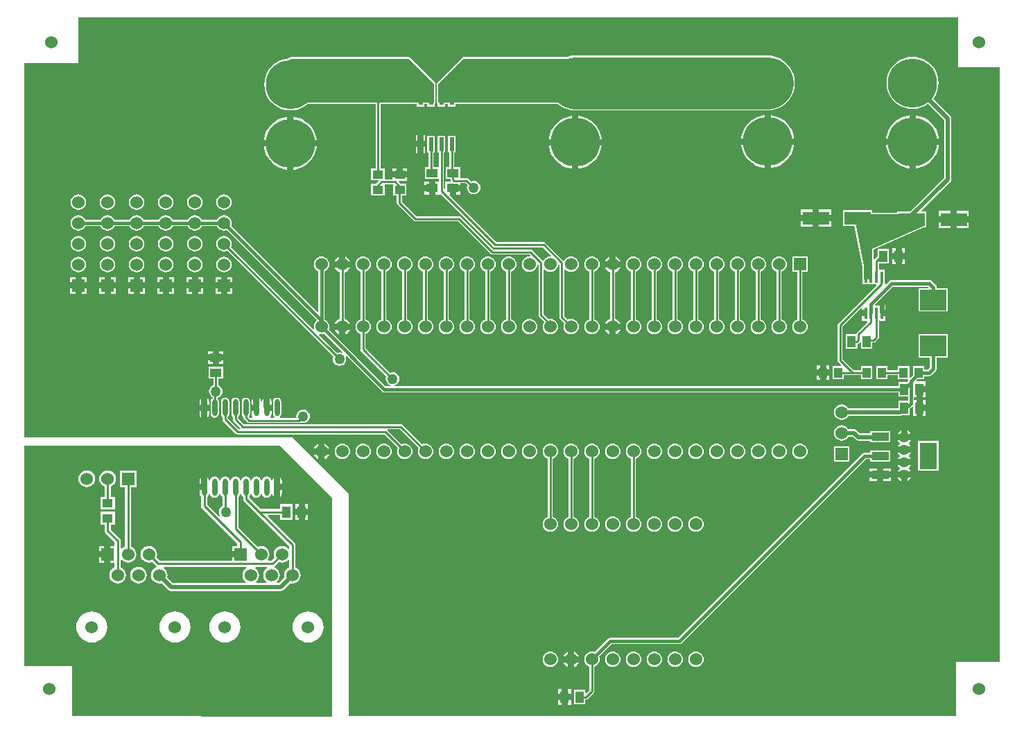
<source format=gbr>
%TF.GenerationSoftware,Altium Limited,Altium Designer,19.1.8 (144)*%
G04 Layer_Physical_Order=1*
G04 Layer_Color=255*
%FSLAX26Y26*%
%MOIN*%
%TF.FileFunction,Copper,L1,Top,Signal*%
%TF.Part,Single*%
G01*
G75*
%TA.AperFunction,SMDPad,CuDef*%
%ADD10R,0.125984X0.062992*%
%ADD11R,0.017716X0.057087*%
%ADD12R,0.084646X0.039370*%
%ADD13R,0.084646X0.127953*%
%ADD14R,0.051181X0.041339*%
%ADD15O,0.025591X0.082677*%
%ADD16R,0.023622X0.068898*%
%ADD17R,0.041339X0.051181*%
%ADD18R,0.127953X0.098425*%
%ADD19R,0.055118X0.041339*%
%ADD20R,0.041339X0.055118*%
%TA.AperFunction,Conductor*%
%ADD21C,0.020000*%
%ADD22C,0.010000*%
%ADD23C,0.015000*%
%ADD24C,0.018000*%
%ADD25C,0.017000*%
%ADD26C,0.250000*%
%TA.AperFunction,ComponentPad*%
%ADD27C,0.060000*%
%ADD28R,0.060000X0.060000*%
%ADD29C,0.236220*%
%ADD30R,0.060000X0.060000*%
%TA.AperFunction,WasherPad*%
%ADD31C,0.060000*%
%TA.AperFunction,ViaPad*%
%ADD32C,0.050000*%
G36*
X4520000Y3120000D02*
X4720000D01*
Y260000D01*
X4510000D01*
Y0D01*
X1590000D01*
Y1070000D01*
X1320000Y1340000D01*
X30000D01*
Y3140000D01*
X290000D01*
Y3360000D01*
X4520000D01*
Y3120000D01*
D02*
G37*
G36*
X1510000Y1050000D02*
Y-269D01*
X1506459Y-3799D01*
X260000Y-28D01*
Y240000D01*
X30000D01*
Y1300000D01*
X1260000D01*
X1510000Y1050000D01*
D02*
G37*
%LPC*%
G36*
X3601850Y3175558D02*
X2680512D01*
X2659799Y3173928D01*
X2639596Y3169078D01*
X2634910Y3167137D01*
X2140000Y3167137D01*
X2137269Y3166594D01*
X2134954Y3165047D01*
X2014953Y3045047D01*
X2013406Y3042731D01*
X2012863Y3040000D01*
Y2950000D01*
X2013406Y2947269D01*
X2014953Y2944953D01*
X2016189Y2944128D01*
Y2929772D01*
X2053811D01*
Y2942863D01*
X2066189D01*
Y2929772D01*
X2103811D01*
Y2942863D01*
X2594684D01*
X2602684Y2936030D01*
X2620400Y2925173D01*
X2639596Y2917222D01*
X2659799Y2912372D01*
X2680512Y2910742D01*
X3601850D01*
X3622563Y2912372D01*
X3642766Y2917222D01*
X3661962Y2925173D01*
X3679678Y2936030D01*
X3695477Y2949523D01*
X3708970Y2965322D01*
X3719827Y2983038D01*
X3727778Y3002234D01*
X3732628Y3022437D01*
X3734258Y3043150D01*
X3732628Y3063863D01*
X3727778Y3084066D01*
X3719827Y3103262D01*
X3708970Y3120978D01*
X3695477Y3136777D01*
X3679678Y3150271D01*
X3661962Y3161127D01*
X3642766Y3169078D01*
X3622563Y3173928D01*
X3601850Y3175558D01*
D02*
G37*
G36*
X1880000Y3167137D02*
X1308780D01*
X1307839Y3166950D01*
X1306884Y3166881D01*
X1306486Y3166681D01*
X1306048Y3166594D01*
X1305252Y3166061D01*
X1304395Y3165631D01*
X1304103Y3165294D01*
X1303733Y3165047D01*
X1303200Y3164250D01*
X1302574Y3163525D01*
X1302434Y3163102D01*
X1302186Y3162731D01*
X1302074Y3162167D01*
X1301227Y3161320D01*
X1289148Y3160369D01*
X1269999Y3155772D01*
X1251805Y3148236D01*
X1235014Y3137947D01*
X1220040Y3125157D01*
X1207250Y3110183D01*
X1196961Y3093392D01*
X1189425Y3075198D01*
X1184828Y3056049D01*
X1183283Y3036417D01*
X1184828Y3016785D01*
X1189425Y2997637D01*
X1196961Y2979443D01*
X1207250Y2962652D01*
X1220040Y2947677D01*
X1235014Y2934888D01*
X1251805Y2924599D01*
X1269999Y2917062D01*
X1289148Y2912465D01*
X1308780Y2910920D01*
X1328412Y2912465D01*
X1347560Y2917062D01*
X1365754Y2924599D01*
X1382545Y2934888D01*
X1391882Y2942863D01*
X1717765Y2942863D01*
Y2630503D01*
X1697409D01*
Y2575165D01*
X1731329D01*
X1733242Y2570545D01*
X1721349Y2558651D01*
X1720692Y2557669D01*
X1697409D01*
Y2502330D01*
X1762591D01*
Y2554930D01*
X1802409D01*
Y2502331D01*
X1820765D01*
Y2467000D01*
X1821696Y2462318D01*
X1824349Y2458349D01*
X1901348Y2381349D01*
X1905318Y2378696D01*
X1910000Y2377765D01*
X2114932D01*
X2271349Y2221349D01*
X2275318Y2218696D01*
X2280000Y2217765D01*
X2458572D01*
X2463159Y2213177D01*
X2460824Y2208441D01*
X2458583Y2208737D01*
X2448924Y2207465D01*
X2439923Y2203737D01*
X2432194Y2197806D01*
X2426263Y2190077D01*
X2422535Y2181076D01*
X2421263Y2171417D01*
X2422535Y2161758D01*
X2426263Y2152758D01*
X2432194Y2145029D01*
X2439923Y2139098D01*
X2448924Y2135370D01*
X2458583Y2134098D01*
X2468242Y2135370D01*
X2477242Y2139098D01*
X2484971Y2145029D01*
X2490902Y2152758D01*
X2494630Y2161758D01*
X2495536Y2168640D01*
X2500714Y2171308D01*
X2501347Y2170914D01*
Y1926418D01*
X2502278Y1921736D01*
X2504930Y1917766D01*
X2529023Y1893674D01*
X2526263Y1890077D01*
X2522535Y1881076D01*
X2521263Y1871417D01*
X2522535Y1861758D01*
X2526263Y1852758D01*
X2532194Y1845029D01*
X2539923Y1839098D01*
X2548924Y1835370D01*
X2558583Y1834098D01*
X2568242Y1835370D01*
X2577242Y1839098D01*
X2584971Y1845029D01*
X2590902Y1852758D01*
X2594630Y1861758D01*
X2595902Y1871417D01*
X2594630Y1881076D01*
X2590902Y1890077D01*
X2584971Y1897806D01*
X2577242Y1903737D01*
X2568242Y1907465D01*
X2558583Y1908737D01*
X2549732Y1907571D01*
X2525817Y1931486D01*
Y2145126D01*
X2530817Y2146823D01*
X2532194Y2145029D01*
X2539923Y2139098D01*
X2548924Y2135370D01*
X2558583Y2134098D01*
X2568242Y2135370D01*
X2577242Y2139098D01*
X2584971Y2145029D01*
X2590902Y2152758D01*
X2594630Y2161758D01*
X2595536Y2168640D01*
X2600714Y2171308D01*
X2601347Y2170914D01*
Y1916418D01*
X2602278Y1911736D01*
X2604930Y1907766D01*
X2625196Y1887501D01*
X2622535Y1881076D01*
X2621263Y1871417D01*
X2622535Y1861758D01*
X2626263Y1852758D01*
X2632194Y1845029D01*
X2639923Y1839098D01*
X2648924Y1835370D01*
X2658583Y1834098D01*
X2668242Y1835370D01*
X2677242Y1839098D01*
X2684971Y1845029D01*
X2690902Y1852758D01*
X2694630Y1861758D01*
X2695902Y1871417D01*
X2694630Y1881076D01*
X2690902Y1890077D01*
X2684971Y1897806D01*
X2677242Y1903737D01*
X2668242Y1907465D01*
X2658583Y1908737D01*
X2648924Y1907465D01*
X2642499Y1904804D01*
X2625817Y1921486D01*
Y2145126D01*
X2630817Y2146823D01*
X2632194Y2145029D01*
X2639923Y2139098D01*
X2648924Y2135370D01*
X2658583Y2134098D01*
X2668242Y2135370D01*
X2677242Y2139098D01*
X2684971Y2145029D01*
X2690902Y2152758D01*
X2694630Y2161758D01*
X2695902Y2171417D01*
X2694630Y2181076D01*
X2690902Y2190077D01*
X2684971Y2197806D01*
X2677242Y2203737D01*
X2668242Y2207465D01*
X2658583Y2208737D01*
X2648924Y2207465D01*
X2639923Y2203737D01*
X2632194Y2197806D01*
X2626835Y2190822D01*
X2625653Y2190279D01*
X2624409Y2190081D01*
X2620855Y2190087D01*
X2537262Y2273680D01*
X2533293Y2276332D01*
X2528611Y2277264D01*
X2297764D01*
X2073150Y2501877D01*
X2075001Y2506345D01*
Y2537166D01*
X2090001D01*
Y2552166D01*
X2127560D01*
Y2560600D01*
X2152097D01*
X2160440Y2552257D01*
X2158824Y2548354D01*
X2157724Y2540000D01*
X2158824Y2531646D01*
X2162048Y2523862D01*
X2167177Y2517177D01*
X2173862Y2512048D01*
X2181646Y2508824D01*
X2190000Y2507724D01*
X2198354Y2508824D01*
X2206138Y2512048D01*
X2212823Y2517177D01*
X2217952Y2523862D01*
X2221176Y2531646D01*
X2222276Y2540000D01*
X2221176Y2548354D01*
X2217952Y2556138D01*
X2212823Y2562823D01*
X2206138Y2567952D01*
X2198354Y2571176D01*
X2190000Y2572276D01*
X2181646Y2571176D01*
X2177743Y2569560D01*
X2165816Y2581487D01*
X2161847Y2584139D01*
X2157165Y2585070D01*
X2124560D01*
Y2637670D01*
X2097235D01*
Y2707331D01*
X2103811D01*
Y2790228D01*
X2066189D01*
Y2707331D01*
X2072765D01*
Y2637670D01*
X2055442D01*
Y2582331D01*
X2077765D01*
Y2580000D01*
X2078696Y2575318D01*
X2080355Y2572835D01*
X2078291Y2567835D01*
X2052442D01*
Y2534909D01*
X2047442Y2532236D01*
X2047235Y2532374D01*
Y2707331D01*
X2053811D01*
Y2790228D01*
X2016189D01*
Y2707331D01*
X2022765D01*
Y2637669D01*
X1997235D01*
Y2707331D01*
X2003811D01*
Y2790228D01*
X1966189D01*
Y2707331D01*
X1972765D01*
Y2637669D01*
X1955442D01*
Y2582331D01*
X2022765D01*
Y2567835D01*
X2005001D01*
Y2537165D01*
Y2506496D01*
X2027560D01*
Y2506496D01*
X2032061Y2508360D01*
X2284044Y2256377D01*
X2288014Y2253725D01*
X2292696Y2252794D01*
X2523543D01*
X2563159Y2213177D01*
X2560824Y2208441D01*
X2558583Y2208737D01*
X2548924Y2207465D01*
X2539923Y2203737D01*
X2532194Y2197806D01*
X2526835Y2190822D01*
X2525653Y2190279D01*
X2524409Y2190081D01*
X2520855Y2190087D01*
X2472291Y2238651D01*
X2468322Y2241304D01*
X2463640Y2242235D01*
X2285068D01*
X2128651Y2398651D01*
X2124682Y2401304D01*
X2120000Y2402235D01*
X1915068D01*
X1845235Y2472068D01*
Y2502331D01*
X1867591D01*
Y2557669D01*
X1839308D01*
X1838652Y2558651D01*
X1829757Y2567546D01*
X1831671Y2572165D01*
X1870591D01*
Y2587835D01*
X1799409D01*
Y2579400D01*
X1762591D01*
Y2630503D01*
X1742235D01*
Y2942863D01*
X1916189Y2942863D01*
Y2929772D01*
X1953811D01*
Y2942863D01*
X1966189D01*
Y2929772D01*
X2003811D01*
Y2944128D01*
X2005046Y2944953D01*
X2006594Y2947269D01*
X2007137Y2950000D01*
X2007137Y3040000D01*
X2006594Y3042731D01*
X2005047Y3045047D01*
X1885047Y3165047D01*
X1882732Y3166594D01*
X1880000Y3167137D01*
D02*
G37*
G36*
X3618583Y2888743D02*
Y2776417D01*
X3730909D01*
X3730507Y2781520D01*
X3725800Y2801128D01*
X3718083Y2819758D01*
X3707546Y2836951D01*
X3694450Y2852285D01*
X3679117Y2865381D01*
X3661923Y2875917D01*
X3643293Y2883634D01*
X3623686Y2888341D01*
X3618583Y2888743D01*
D02*
G37*
G36*
X3588583D02*
X3583480Y2888341D01*
X3563872Y2883634D01*
X3545242Y2875917D01*
X3528049Y2865381D01*
X3512715Y2852285D01*
X3499619Y2836951D01*
X3489083Y2819758D01*
X3481366Y2801128D01*
X3476659Y2781520D01*
X3476257Y2776417D01*
X3588583D01*
Y2888743D01*
D02*
G37*
G36*
X4315000Y2887326D02*
Y2775000D01*
X4427326D01*
X4426924Y2780103D01*
X4422217Y2799711D01*
X4414500Y2818341D01*
X4403964Y2835534D01*
X4390868Y2850868D01*
X4375534Y2863964D01*
X4358341Y2874500D01*
X4339711Y2882217D01*
X4320103Y2886924D01*
X4315000Y2887326D01*
D02*
G37*
G36*
X4285000D02*
X4279897Y2886924D01*
X4260289Y2882217D01*
X4241659Y2874500D01*
X4224466Y2863964D01*
X4209132Y2850868D01*
X4196036Y2835534D01*
X4185500Y2818341D01*
X4177783Y2799711D01*
X4173076Y2780103D01*
X4172674Y2775000D01*
X4285000D01*
Y2887326D01*
D02*
G37*
G36*
X2693780Y2885278D02*
Y2772953D01*
X2806105D01*
X2805704Y2778055D01*
X2800996Y2797663D01*
X2793280Y2816293D01*
X2782743Y2833487D01*
X2769647Y2848820D01*
X2754314Y2861916D01*
X2737120Y2872453D01*
X2718490Y2880169D01*
X2698882Y2884877D01*
X2693780Y2885278D01*
D02*
G37*
G36*
X2663780D02*
X2658677Y2884877D01*
X2639069Y2880169D01*
X2620439Y2872453D01*
X2603245Y2861916D01*
X2587912Y2848820D01*
X2574816Y2833487D01*
X2564280Y2816293D01*
X2556563Y2797663D01*
X2551855Y2778055D01*
X2551454Y2772953D01*
X2663780D01*
Y2885278D01*
D02*
G37*
G36*
X1323780Y2880278D02*
Y2767953D01*
X1436105D01*
X1435704Y2773055D01*
X1430996Y2792663D01*
X1423280Y2811293D01*
X1412743Y2828487D01*
X1399647Y2843820D01*
X1384314Y2856916D01*
X1367120Y2867453D01*
X1348490Y2875169D01*
X1328882Y2879877D01*
X1323780Y2880278D01*
D02*
G37*
G36*
X1293780D02*
X1288677Y2879877D01*
X1269069Y2875169D01*
X1250439Y2867453D01*
X1233245Y2856916D01*
X1217912Y2843820D01*
X1204816Y2828487D01*
X1194280Y2811293D01*
X1186563Y2792663D01*
X1181855Y2773055D01*
X1181454Y2767953D01*
X1293780D01*
Y2880278D01*
D02*
G37*
G36*
X1956811Y2793228D02*
X1950000D01*
Y2763780D01*
X1956811D01*
Y2793228D01*
D02*
G37*
G36*
X1920000D02*
X1913189D01*
Y2763780D01*
X1920000D01*
Y2793228D01*
D02*
G37*
G36*
X1956811Y2733780D02*
X1950000D01*
Y2704331D01*
X1956811D01*
Y2733780D01*
D02*
G37*
G36*
X1920000D02*
X1913189D01*
Y2704331D01*
X1920000D01*
Y2733780D01*
D02*
G37*
G36*
X3730909Y2746417D02*
X3618583D01*
Y2634091D01*
X3623686Y2634493D01*
X3643293Y2639200D01*
X3661923Y2646917D01*
X3679117Y2657454D01*
X3694450Y2670550D01*
X3707546Y2685883D01*
X3718083Y2703077D01*
X3725800Y2721707D01*
X3730507Y2741314D01*
X3730909Y2746417D01*
D02*
G37*
G36*
X3588583D02*
X3476257D01*
X3476659Y2741314D01*
X3481366Y2721707D01*
X3489083Y2703077D01*
X3499619Y2685883D01*
X3512715Y2670550D01*
X3528049Y2657454D01*
X3545242Y2646917D01*
X3563872Y2639200D01*
X3583480Y2634493D01*
X3588583Y2634091D01*
Y2746417D01*
D02*
G37*
G36*
X4427326Y2745000D02*
X4315000D01*
Y2632674D01*
X4320103Y2633076D01*
X4339711Y2637783D01*
X4358341Y2645500D01*
X4375534Y2656036D01*
X4390868Y2669132D01*
X4403964Y2684466D01*
X4414500Y2701659D01*
X4422217Y2720289D01*
X4426924Y2739897D01*
X4427326Y2745000D01*
D02*
G37*
G36*
X4285000D02*
X4172674D01*
X4173076Y2739897D01*
X4177783Y2720289D01*
X4185500Y2701659D01*
X4196036Y2684466D01*
X4209132Y2669132D01*
X4224466Y2656036D01*
X4241659Y2645500D01*
X4260289Y2637783D01*
X4279897Y2633076D01*
X4285000Y2632674D01*
Y2745000D01*
D02*
G37*
G36*
X2806105Y2742953D02*
X2693780D01*
Y2630627D01*
X2698882Y2631028D01*
X2718490Y2635736D01*
X2737120Y2643453D01*
X2754314Y2653989D01*
X2769647Y2667085D01*
X2782743Y2682419D01*
X2793280Y2699612D01*
X2800996Y2718242D01*
X2805704Y2737850D01*
X2806105Y2742953D01*
D02*
G37*
G36*
X2663780D02*
X2551454D01*
X2551855Y2737850D01*
X2556563Y2718242D01*
X2564280Y2699612D01*
X2574816Y2682419D01*
X2587912Y2667085D01*
X2603245Y2653989D01*
X2620439Y2643453D01*
X2639069Y2635736D01*
X2658677Y2631028D01*
X2663780Y2630627D01*
Y2742953D01*
D02*
G37*
G36*
X1436105Y2737953D02*
X1323780D01*
Y2625627D01*
X1328882Y2626028D01*
X1348490Y2630736D01*
X1367120Y2638453D01*
X1384314Y2648989D01*
X1399647Y2662085D01*
X1412743Y2677419D01*
X1423280Y2694612D01*
X1430996Y2713242D01*
X1435704Y2732850D01*
X1436105Y2737953D01*
D02*
G37*
G36*
X1293780D02*
X1181454D01*
X1181855Y2732850D01*
X1186563Y2713242D01*
X1194280Y2694612D01*
X1204816Y2677419D01*
X1217912Y2662085D01*
X1233245Y2648989D01*
X1250439Y2638453D01*
X1269069Y2630736D01*
X1288677Y2626028D01*
X1293780Y2625627D01*
Y2737953D01*
D02*
G37*
G36*
X1870591Y2633504D02*
X1850000D01*
Y2617835D01*
X1870591D01*
Y2633504D01*
D02*
G37*
G36*
X1820000D02*
X1799409D01*
Y2617835D01*
X1820000D01*
Y2633504D01*
D02*
G37*
G36*
X1975001Y2567835D02*
X1952442D01*
Y2552165D01*
X1975001D01*
Y2567835D01*
D02*
G37*
G36*
X2127560Y2522166D02*
X2105001D01*
Y2506497D01*
X2127560D01*
Y2522166D01*
D02*
G37*
G36*
X1975001Y2522165D02*
X1952442D01*
Y2506496D01*
X1975001D01*
Y2522165D01*
D02*
G37*
G36*
X990000Y2507319D02*
X980341Y2506048D01*
X971340Y2502320D01*
X963611Y2496389D01*
X957681Y2488660D01*
X953952Y2479659D01*
X952681Y2470000D01*
X953952Y2460341D01*
X957681Y2451340D01*
X963611Y2443611D01*
X971340Y2437680D01*
X980341Y2433952D01*
X990000Y2432681D01*
X999659Y2433952D01*
X1008660Y2437680D01*
X1016389Y2443611D01*
X1022319Y2451340D01*
X1026048Y2460341D01*
X1027319Y2470000D01*
X1026048Y2479659D01*
X1022319Y2488660D01*
X1016389Y2496389D01*
X1008660Y2502320D01*
X999659Y2506048D01*
X990000Y2507319D01*
D02*
G37*
G36*
X850000D02*
X840341Y2506048D01*
X831340Y2502320D01*
X823611Y2496389D01*
X817681Y2488660D01*
X813952Y2479659D01*
X812681Y2470000D01*
X813952Y2460341D01*
X817681Y2451340D01*
X823611Y2443611D01*
X831340Y2437680D01*
X840341Y2433952D01*
X850000Y2432681D01*
X859659Y2433952D01*
X868660Y2437680D01*
X876389Y2443611D01*
X882319Y2451340D01*
X886048Y2460341D01*
X887319Y2470000D01*
X886048Y2479659D01*
X882319Y2488660D01*
X876389Y2496389D01*
X868660Y2502320D01*
X859659Y2506048D01*
X850000Y2507319D01*
D02*
G37*
G36*
X710000D02*
X700341Y2506048D01*
X691340Y2502320D01*
X683611Y2496389D01*
X677681Y2488660D01*
X673952Y2479659D01*
X672681Y2470000D01*
X673952Y2460341D01*
X677681Y2451340D01*
X683611Y2443611D01*
X691340Y2437680D01*
X700341Y2433952D01*
X710000Y2432681D01*
X719659Y2433952D01*
X728660Y2437680D01*
X736389Y2443611D01*
X742319Y2451340D01*
X746048Y2460341D01*
X747319Y2470000D01*
X746048Y2479659D01*
X742319Y2488660D01*
X736389Y2496389D01*
X728660Y2502320D01*
X719659Y2506048D01*
X710000Y2507319D01*
D02*
G37*
G36*
X570000D02*
X560341Y2506048D01*
X551340Y2502320D01*
X543611Y2496389D01*
X537681Y2488660D01*
X533952Y2479659D01*
X532681Y2470000D01*
X533952Y2460341D01*
X537681Y2451340D01*
X543611Y2443611D01*
X551340Y2437680D01*
X560341Y2433952D01*
X570000Y2432681D01*
X579659Y2433952D01*
X588660Y2437680D01*
X596389Y2443611D01*
X602319Y2451340D01*
X606048Y2460341D01*
X607319Y2470000D01*
X606048Y2479659D01*
X602319Y2488660D01*
X596389Y2496389D01*
X588660Y2502320D01*
X579659Y2506048D01*
X570000Y2507319D01*
D02*
G37*
G36*
X430000D02*
X420341Y2506048D01*
X411340Y2502320D01*
X403611Y2496389D01*
X397680Y2488660D01*
X393952Y2479659D01*
X392681Y2470000D01*
X393952Y2460341D01*
X397680Y2451340D01*
X403611Y2443611D01*
X411340Y2437680D01*
X420341Y2433952D01*
X430000Y2432681D01*
X439659Y2433952D01*
X448660Y2437680D01*
X456389Y2443611D01*
X462320Y2451340D01*
X466048Y2460341D01*
X467319Y2470000D01*
X466048Y2479659D01*
X462320Y2488660D01*
X456389Y2496389D01*
X448660Y2502320D01*
X439659Y2506048D01*
X430000Y2507319D01*
D02*
G37*
G36*
X290000D02*
X280341Y2506048D01*
X271340Y2502320D01*
X263611Y2496389D01*
X257680Y2488660D01*
X253952Y2479659D01*
X252681Y2470000D01*
X253952Y2460341D01*
X257680Y2451340D01*
X263611Y2443611D01*
X271340Y2437680D01*
X280341Y2433952D01*
X290000Y2432681D01*
X299659Y2433952D01*
X308660Y2437680D01*
X316389Y2443611D01*
X322320Y2451340D01*
X326048Y2460341D01*
X327319Y2470000D01*
X326048Y2479659D01*
X322320Y2488660D01*
X316389Y2496389D01*
X308660Y2502320D01*
X299659Y2506048D01*
X290000Y2507319D01*
D02*
G37*
G36*
X4300000Y3168962D02*
X4280368Y3167417D01*
X4261219Y3162819D01*
X4243025Y3155283D01*
X4226235Y3144994D01*
X4211260Y3132204D01*
X4198471Y3117230D01*
X4188181Y3100439D01*
X4180645Y3082245D01*
X4176048Y3063097D01*
X4174503Y3043465D01*
X4176048Y3023832D01*
X4180645Y3004684D01*
X4188181Y2986490D01*
X4198471Y2969699D01*
X4211260Y2954725D01*
X4226235Y2941935D01*
X4243025Y2931646D01*
X4261219Y2924110D01*
X4280368Y2919513D01*
X4300000Y2917968D01*
X4319632Y2919513D01*
X4338781Y2924110D01*
X4356975Y2931646D01*
X4373765Y2941935D01*
X4375519Y2943433D01*
X4452667Y2866285D01*
Y2587180D01*
X4289983Y2424496D01*
X4227008D01*
Y2420137D01*
X4106779D01*
Y2431496D01*
X3966795D01*
Y2354504D01*
X4021043D01*
X4057863Y2159999D01*
X4057863Y2100000D01*
X4058406Y2097269D01*
X4058551Y2097052D01*
Y2074458D01*
X4124827D01*
X4126740Y2069838D01*
X3942765Y1885864D01*
X3940113Y1881894D01*
X3939182Y1877212D01*
Y1710000D01*
X3940113Y1705318D01*
X3942765Y1701349D01*
X3956903Y1687211D01*
X3954990Y1682591D01*
X3915165D01*
Y1617410D01*
X3970503D01*
Y1637765D01*
X4052331D01*
Y1617409D01*
X4107669D01*
Y1682591D01*
X4052331D01*
Y1662235D01*
X4016485D01*
X3963652Y1715068D01*
Y1872144D01*
X4050932Y1959424D01*
X4055551Y1957510D01*
Y1951773D01*
X4074409D01*
Y1921773D01*
X4055551D01*
Y1898229D01*
X4079433D01*
X4081347Y1893610D01*
X4031349Y1843612D01*
X4028696Y1839643D01*
X4027765Y1834960D01*
Y1834560D01*
X3979497D01*
Y1765442D01*
X4034836D01*
Y1787903D01*
X4038824Y1788696D01*
X4042794Y1791349D01*
X4047332Y1795887D01*
X4052332Y1794020D01*
Y1765442D01*
X4107670D01*
Y1794655D01*
X4113110D01*
X4117792Y1795586D01*
X4121762Y1798238D01*
X4134242Y1810718D01*
X4136894Y1814687D01*
X4137825Y1819370D01*
Y1898229D01*
X4170039D01*
Y1921773D01*
X4151181D01*
Y1936773D01*
X4141450D01*
Y1972318D01*
X4136181D01*
Y1975316D01*
X4132323D01*
Y1972316D01*
X4122458D01*
X4120387Y1977316D01*
X4206757Y2063686D01*
X4372419D01*
X4374488Y2061087D01*
X4372323Y2056213D01*
X4329024D01*
Y1943787D01*
X4470976D01*
Y2056213D01*
X4416314D01*
Y2060000D01*
X4415072Y2066243D01*
X4411535Y2071535D01*
X4391535Y2091535D01*
X4386243Y2095072D01*
X4380000Y2096314D01*
X4200001D01*
X4200000Y2096314D01*
X4193757Y2095072D01*
X4188465Y2091535D01*
X4172039Y2075110D01*
X4167039Y2077181D01*
Y2145544D01*
X4137825D01*
Y2175442D01*
X4187669D01*
Y2244560D01*
X4132331D01*
Y2209634D01*
X4117137Y2194440D01*
X4116287Y2194488D01*
X4112137Y2196055D01*
Y2242343D01*
X4351140Y2347504D01*
X4366992D01*
Y2424496D01*
X4345542D01*
X4343628Y2429115D01*
X4482256Y2567744D01*
X4486014Y2573367D01*
X4487333Y2580000D01*
Y2873465D01*
X4486014Y2880098D01*
X4482256Y2885721D01*
X4400032Y2967946D01*
X4401529Y2969699D01*
X4411819Y2986490D01*
X4419355Y3004684D01*
X4423952Y3023832D01*
X4425497Y3043465D01*
X4423952Y3063097D01*
X4419355Y3082245D01*
X4411819Y3100439D01*
X4401529Y3117230D01*
X4388740Y3132204D01*
X4373765Y3144994D01*
X4356975Y3155283D01*
X4338781Y3162819D01*
X4319632Y3167417D01*
X4300000Y3168962D01*
D02*
G37*
G36*
X3908992Y2434496D02*
X3851000D01*
Y2408000D01*
X3908992D01*
Y2434496D01*
D02*
G37*
G36*
X3821000D02*
X3763008D01*
Y2408000D01*
X3821000D01*
Y2434496D01*
D02*
G37*
G36*
X4570779Y2427496D02*
X4512787D01*
Y2401000D01*
X4570779D01*
Y2427496D01*
D02*
G37*
G36*
X4482787D02*
X4424795D01*
Y2401000D01*
X4482787D01*
Y2427496D01*
D02*
G37*
G36*
X990000Y2407319D02*
X980341Y2406048D01*
X971340Y2402320D01*
X963611Y2396389D01*
X957681Y2388660D01*
X956075Y2384784D01*
X883925D01*
X882319Y2388660D01*
X876389Y2396389D01*
X868660Y2402320D01*
X859659Y2406048D01*
X850000Y2407319D01*
X840341Y2406048D01*
X831340Y2402320D01*
X823611Y2396389D01*
X817681Y2388660D01*
X816075Y2384784D01*
X743925D01*
X742319Y2388660D01*
X736389Y2396389D01*
X728660Y2402320D01*
X719659Y2406048D01*
X710000Y2407319D01*
X700341Y2406048D01*
X691340Y2402320D01*
X683611Y2396389D01*
X677681Y2388660D01*
X676075Y2384784D01*
X603925D01*
X602319Y2388660D01*
X596389Y2396389D01*
X588660Y2402320D01*
X579659Y2406048D01*
X570000Y2407319D01*
X560341Y2406048D01*
X551340Y2402320D01*
X543611Y2396389D01*
X537681Y2388660D01*
X536075Y2384784D01*
X463925D01*
X462320Y2388660D01*
X456389Y2396389D01*
X448660Y2402320D01*
X439659Y2406048D01*
X430000Y2407319D01*
X420341Y2406048D01*
X411340Y2402320D01*
X403611Y2396389D01*
X397680Y2388660D01*
X396075Y2384784D01*
X323925D01*
X322320Y2388660D01*
X316389Y2396389D01*
X308660Y2402320D01*
X299659Y2406048D01*
X290000Y2407319D01*
X280341Y2406048D01*
X271340Y2402320D01*
X263611Y2396389D01*
X257680Y2388660D01*
X253952Y2379659D01*
X252681Y2370000D01*
X253952Y2360341D01*
X257680Y2351340D01*
X263611Y2343611D01*
X271340Y2337680D01*
X280341Y2333952D01*
X290000Y2332681D01*
X299659Y2333952D01*
X308660Y2337680D01*
X316389Y2343611D01*
X322320Y2351340D01*
X323925Y2355216D01*
X396075D01*
X397680Y2351340D01*
X403611Y2343611D01*
X411340Y2337680D01*
X420341Y2333952D01*
X430000Y2332681D01*
X439659Y2333952D01*
X448660Y2337680D01*
X456389Y2343611D01*
X462320Y2351340D01*
X463925Y2355216D01*
X536075D01*
X537681Y2351340D01*
X543611Y2343611D01*
X551340Y2337680D01*
X560341Y2333952D01*
X570000Y2332681D01*
X579659Y2333952D01*
X588660Y2337680D01*
X596389Y2343611D01*
X602319Y2351340D01*
X603925Y2355216D01*
X676075D01*
X677681Y2351340D01*
X683611Y2343611D01*
X691340Y2337680D01*
X700341Y2333952D01*
X710000Y2332681D01*
X719659Y2333952D01*
X728660Y2337680D01*
X736389Y2343611D01*
X742319Y2351340D01*
X743925Y2355216D01*
X816075D01*
X817681Y2351340D01*
X823611Y2343611D01*
X831340Y2337680D01*
X840341Y2333952D01*
X850000Y2332681D01*
X859659Y2333952D01*
X868660Y2337680D01*
X876389Y2343611D01*
X882319Y2351340D01*
X883925Y2355216D01*
X956075D01*
X957681Y2351340D01*
X963611Y2343611D01*
X971340Y2337680D01*
X980341Y2333952D01*
X990000Y2332681D01*
X999659Y2333952D01*
X1003535Y2335558D01*
X1434657Y1904435D01*
X1434330Y1899445D01*
X1432194Y1897806D01*
X1426263Y1890077D01*
X1422535Y1881076D01*
X1421263Y1871417D01*
X1422523Y1861851D01*
X1422376Y1861659D01*
X1418239Y1859064D01*
X1023386Y2253916D01*
X1026048Y2260341D01*
X1027319Y2270000D01*
X1026048Y2279659D01*
X1022319Y2288660D01*
X1016389Y2296389D01*
X1008660Y2302320D01*
X999659Y2306048D01*
X990000Y2307319D01*
X980341Y2306048D01*
X971340Y2302320D01*
X963611Y2296389D01*
X957681Y2288660D01*
X953952Y2279659D01*
X952681Y2270000D01*
X953952Y2260341D01*
X957681Y2251340D01*
X963611Y2243611D01*
X971340Y2237680D01*
X980341Y2233952D01*
X990000Y2232681D01*
X999659Y2233952D01*
X1006083Y2236613D01*
X1515440Y1727257D01*
X1513824Y1723354D01*
X1512724Y1715000D01*
X1513824Y1706646D01*
X1517048Y1698862D01*
X1522177Y1692177D01*
X1528862Y1687048D01*
X1536646Y1683824D01*
X1545000Y1682724D01*
X1553354Y1683824D01*
X1561138Y1687048D01*
X1567823Y1692177D01*
X1572952Y1698862D01*
X1576176Y1706646D01*
X1577276Y1715000D01*
X1576176Y1723354D01*
X1574415Y1727606D01*
X1578654Y1730438D01*
X1749546Y1559546D01*
X1754342Y1556341D01*
X1760000Y1555216D01*
X4232331D01*
Y1535440D01*
X4278051D01*
Y1514558D01*
X4232330D01*
Y1477333D01*
X3992869D01*
X3992320Y1478660D01*
X3986389Y1486389D01*
X3978660Y1492320D01*
X3969659Y1496048D01*
X3960000Y1497319D01*
X3950341Y1496048D01*
X3941340Y1492320D01*
X3933611Y1486389D01*
X3927680Y1478660D01*
X3923952Y1469659D01*
X3922681Y1460000D01*
X3923952Y1450341D01*
X3927680Y1441340D01*
X3933611Y1433611D01*
X3941340Y1427680D01*
X3950341Y1423952D01*
X3960000Y1422681D01*
X3969659Y1423952D01*
X3978660Y1427680D01*
X3986389Y1433611D01*
X3992320Y1441340D01*
X3992869Y1442667D01*
X4244331D01*
X4250964Y1443986D01*
X4253140Y1445440D01*
X4287669D01*
Y1477685D01*
X4290454Y1479546D01*
X4297545Y1486637D01*
X4302165Y1484724D01*
Y1442440D01*
X4317834D01*
Y1479999D01*
Y1517558D01*
X4307619D01*
Y1532440D01*
X4317835D01*
Y1569999D01*
X4332835D01*
Y1584999D01*
X4363504D01*
Y1607558D01*
X4319922D01*
X4318008Y1612178D01*
X4323239Y1617409D01*
X4357670D01*
Y1633687D01*
X4380000D01*
X4386243Y1634928D01*
X4391535Y1638465D01*
X4411535Y1658465D01*
X4415072Y1663757D01*
X4416314Y1670000D01*
Y1723315D01*
X4470976D01*
Y1835740D01*
X4329024D01*
Y1723315D01*
X4383686D01*
Y1676757D01*
X4373243Y1666313D01*
X4357670D01*
Y1682590D01*
X4302331D01*
Y1638316D01*
X4289455Y1625440D01*
X4284835Y1627353D01*
Y1682590D01*
X4229497D01*
Y1662235D01*
X4180504D01*
Y1682591D01*
X4125165D01*
Y1617409D01*
X4180504D01*
Y1637765D01*
X4229497D01*
Y1617409D01*
X4276186D01*
X4278946Y1612409D01*
X4278311Y1609218D01*
X4273651Y1604558D01*
X4232331D01*
Y1584784D01*
X1811667D01*
X1810672Y1589784D01*
X1816138Y1592048D01*
X1822823Y1597177D01*
X1827952Y1603862D01*
X1831176Y1611646D01*
X1832276Y1620000D01*
X1831176Y1628354D01*
X1827952Y1636138D01*
X1822823Y1642823D01*
X1816138Y1647952D01*
X1808354Y1651176D01*
X1800000Y1652276D01*
X1791646Y1651176D01*
X1787743Y1649560D01*
X1670817Y1766486D01*
Y1836436D01*
X1677242Y1839098D01*
X1684971Y1845029D01*
X1690902Y1852758D01*
X1694630Y1861758D01*
X1695902Y1871417D01*
X1694630Y1881076D01*
X1690902Y1890077D01*
X1684971Y1897806D01*
X1677242Y1903737D01*
X1670818Y1906398D01*
Y2136437D01*
X1677242Y2139098D01*
X1684971Y2145029D01*
X1690902Y2152758D01*
X1694630Y2161758D01*
X1695902Y2171417D01*
X1694630Y2181076D01*
X1690902Y2190077D01*
X1684971Y2197806D01*
X1677242Y2203737D01*
X1668242Y2207465D01*
X1658583Y2208737D01*
X1648924Y2207465D01*
X1639923Y2203737D01*
X1632194Y2197806D01*
X1626263Y2190077D01*
X1622535Y2181076D01*
X1621263Y2171417D01*
X1622535Y2161758D01*
X1626263Y2152758D01*
X1632194Y2145029D01*
X1639923Y2139098D01*
X1646348Y2136437D01*
Y1906398D01*
X1639923Y1903737D01*
X1632194Y1897806D01*
X1626263Y1890077D01*
X1622535Y1881076D01*
X1621263Y1871417D01*
X1622535Y1861758D01*
X1626263Y1852758D01*
X1632194Y1845029D01*
X1639923Y1839098D01*
X1646347Y1836437D01*
Y1761418D01*
X1647278Y1756736D01*
X1649930Y1752766D01*
X1770440Y1632257D01*
X1768824Y1628354D01*
X1767724Y1620000D01*
X1768824Y1611646D01*
X1772048Y1603862D01*
X1777177Y1597177D01*
X1783862Y1592048D01*
X1789328Y1589784D01*
X1788333Y1584784D01*
X1766124D01*
X1493025Y1857883D01*
X1494630Y1861758D01*
X1495902Y1871417D01*
X1494630Y1881076D01*
X1490902Y1890077D01*
X1484971Y1897806D01*
X1477242Y1903737D01*
X1473366Y1905342D01*
Y2137492D01*
X1477242Y2139098D01*
X1484971Y2145029D01*
X1490902Y2152758D01*
X1494630Y2161758D01*
X1495902Y2171417D01*
X1494630Y2181076D01*
X1490902Y2190077D01*
X1484971Y2197806D01*
X1477242Y2203737D01*
X1468242Y2207465D01*
X1458583Y2208737D01*
X1448924Y2207465D01*
X1439923Y2203737D01*
X1432194Y2197806D01*
X1426263Y2190077D01*
X1422535Y2181076D01*
X1421263Y2171417D01*
X1422535Y2161758D01*
X1426263Y2152758D01*
X1432194Y2145029D01*
X1439923Y2139098D01*
X1443798Y2137493D01*
Y1943643D01*
X1439178Y1941729D01*
X1024442Y2356465D01*
X1026048Y2360341D01*
X1027319Y2370000D01*
X1026048Y2379659D01*
X1022319Y2388660D01*
X1016389Y2396389D01*
X1008660Y2402320D01*
X999659Y2406048D01*
X990000Y2407319D01*
D02*
G37*
G36*
X3908992Y2378000D02*
X3851000D01*
Y2351504D01*
X3908992D01*
Y2378000D01*
D02*
G37*
G36*
X3821000D02*
X3763008D01*
Y2351504D01*
X3821000D01*
Y2378000D01*
D02*
G37*
G36*
X4570779Y2371000D02*
X4512787D01*
Y2344504D01*
X4570779D01*
Y2371000D01*
D02*
G37*
G36*
X4482787D02*
X4424795D01*
Y2344504D01*
X4482787D01*
Y2371000D01*
D02*
G37*
G36*
X850000Y2307319D02*
X840341Y2306048D01*
X831340Y2302320D01*
X823611Y2296389D01*
X817681Y2288660D01*
X813952Y2279659D01*
X812681Y2270000D01*
X813952Y2260341D01*
X817681Y2251340D01*
X823611Y2243611D01*
X831340Y2237680D01*
X840341Y2233952D01*
X850000Y2232681D01*
X859659Y2233952D01*
X868660Y2237680D01*
X876389Y2243611D01*
X882319Y2251340D01*
X886048Y2260341D01*
X887319Y2270000D01*
X886048Y2279659D01*
X882319Y2288660D01*
X876389Y2296389D01*
X868660Y2302320D01*
X859659Y2306048D01*
X850000Y2307319D01*
D02*
G37*
G36*
X710000D02*
X700341Y2306048D01*
X691340Y2302320D01*
X683611Y2296389D01*
X677681Y2288660D01*
X673952Y2279659D01*
X672681Y2270000D01*
X673952Y2260341D01*
X677681Y2251340D01*
X683611Y2243611D01*
X691340Y2237680D01*
X700341Y2233952D01*
X710000Y2232681D01*
X719659Y2233952D01*
X728660Y2237680D01*
X736389Y2243611D01*
X742319Y2251340D01*
X746048Y2260341D01*
X747319Y2270000D01*
X746048Y2279659D01*
X742319Y2288660D01*
X736389Y2296389D01*
X728660Y2302320D01*
X719659Y2306048D01*
X710000Y2307319D01*
D02*
G37*
G36*
X570000D02*
X560341Y2306048D01*
X551340Y2302320D01*
X543611Y2296389D01*
X537681Y2288660D01*
X533952Y2279659D01*
X532681Y2270000D01*
X533952Y2260341D01*
X537681Y2251340D01*
X543611Y2243611D01*
X551340Y2237680D01*
X560341Y2233952D01*
X570000Y2232681D01*
X579659Y2233952D01*
X588660Y2237680D01*
X596389Y2243611D01*
X602319Y2251340D01*
X606048Y2260341D01*
X607319Y2270000D01*
X606048Y2279659D01*
X602319Y2288660D01*
X596389Y2296389D01*
X588660Y2302320D01*
X579659Y2306048D01*
X570000Y2307319D01*
D02*
G37*
G36*
X430000D02*
X420341Y2306048D01*
X411340Y2302320D01*
X403611Y2296389D01*
X397680Y2288660D01*
X393952Y2279659D01*
X392681Y2270000D01*
X393952Y2260341D01*
X397680Y2251340D01*
X403611Y2243611D01*
X411340Y2237680D01*
X420341Y2233952D01*
X430000Y2232681D01*
X439659Y2233952D01*
X448660Y2237680D01*
X456389Y2243611D01*
X462320Y2251340D01*
X466048Y2260341D01*
X467319Y2270000D01*
X466048Y2279659D01*
X462320Y2288660D01*
X456389Y2296389D01*
X448660Y2302320D01*
X439659Y2306048D01*
X430000Y2307319D01*
D02*
G37*
G36*
X290000D02*
X280341Y2306048D01*
X271340Y2302320D01*
X263611Y2296389D01*
X257680Y2288660D01*
X253952Y2279659D01*
X252681Y2270000D01*
X253952Y2260341D01*
X257680Y2251340D01*
X263611Y2243611D01*
X271340Y2237680D01*
X280341Y2233952D01*
X290000Y2232681D01*
X299659Y2233952D01*
X308660Y2237680D01*
X316389Y2243611D01*
X322320Y2251340D01*
X326048Y2260341D01*
X327319Y2270000D01*
X326048Y2279659D01*
X322320Y2288660D01*
X316389Y2296389D01*
X308660Y2302320D01*
X299659Y2306048D01*
X290000Y2307319D01*
D02*
G37*
G36*
X4263504Y2247560D02*
X4247835D01*
Y2225001D01*
X4263504D01*
Y2247560D01*
D02*
G37*
G36*
X4217835D02*
X4202165D01*
Y2225001D01*
X4217835D01*
Y2247560D01*
D02*
G37*
G36*
X2873583Y2208500D02*
Y2186417D01*
X2895665D01*
X2893523Y2191590D01*
X2887111Y2199946D01*
X2878755Y2206357D01*
X2873583Y2208500D01*
D02*
G37*
G36*
X2843583D02*
X2838410Y2206357D01*
X2830054Y2199946D01*
X2823643Y2191590D01*
X2821500Y2186417D01*
X2843583D01*
Y2208500D01*
D02*
G37*
G36*
X1573583D02*
Y2186417D01*
X1595665D01*
X1593523Y2191590D01*
X1587111Y2199946D01*
X1578755Y2206357D01*
X1573583Y2208500D01*
D02*
G37*
G36*
X1543583D02*
X1538410Y2206357D01*
X1530054Y2199946D01*
X1523643Y2191590D01*
X1521500Y2186417D01*
X1543583D01*
Y2208500D01*
D02*
G37*
G36*
X4263504Y2195001D02*
X4247835D01*
Y2172442D01*
X4263504D01*
Y2195001D01*
D02*
G37*
G36*
X4217835D02*
X4202165D01*
Y2172442D01*
X4217835D01*
Y2195001D01*
D02*
G37*
G36*
X990000Y2207319D02*
X980341Y2206048D01*
X971340Y2202320D01*
X963611Y2196389D01*
X957681Y2188660D01*
X953952Y2179659D01*
X952681Y2170000D01*
X953952Y2160341D01*
X957681Y2151340D01*
X963611Y2143611D01*
X971340Y2137680D01*
X980341Y2133952D01*
X990000Y2132681D01*
X999659Y2133952D01*
X1008660Y2137680D01*
X1016389Y2143611D01*
X1022319Y2151340D01*
X1026048Y2160341D01*
X1027319Y2170000D01*
X1026048Y2179659D01*
X1022319Y2188660D01*
X1016389Y2196389D01*
X1008660Y2202320D01*
X999659Y2206048D01*
X990000Y2207319D01*
D02*
G37*
G36*
X850000D02*
X840341Y2206048D01*
X831340Y2202320D01*
X823611Y2196389D01*
X817681Y2188660D01*
X813952Y2179659D01*
X812681Y2170000D01*
X813952Y2160341D01*
X817681Y2151340D01*
X823611Y2143611D01*
X831340Y2137680D01*
X840341Y2133952D01*
X850000Y2132681D01*
X859659Y2133952D01*
X868660Y2137680D01*
X876389Y2143611D01*
X882319Y2151340D01*
X886048Y2160341D01*
X887319Y2170000D01*
X886048Y2179659D01*
X882319Y2188660D01*
X876389Y2196389D01*
X868660Y2202320D01*
X859659Y2206048D01*
X850000Y2207319D01*
D02*
G37*
G36*
X710000D02*
X700341Y2206048D01*
X691340Y2202320D01*
X683611Y2196389D01*
X677681Y2188660D01*
X673952Y2179659D01*
X672681Y2170000D01*
X673952Y2160341D01*
X677681Y2151340D01*
X683611Y2143611D01*
X691340Y2137680D01*
X700341Y2133952D01*
X710000Y2132681D01*
X719659Y2133952D01*
X728660Y2137680D01*
X736389Y2143611D01*
X742319Y2151340D01*
X746048Y2160341D01*
X747319Y2170000D01*
X746048Y2179659D01*
X742319Y2188660D01*
X736389Y2196389D01*
X728660Y2202320D01*
X719659Y2206048D01*
X710000Y2207319D01*
D02*
G37*
G36*
X570000D02*
X560341Y2206048D01*
X551340Y2202320D01*
X543611Y2196389D01*
X537681Y2188660D01*
X533952Y2179659D01*
X532681Y2170000D01*
X533952Y2160341D01*
X537681Y2151340D01*
X543611Y2143611D01*
X551340Y2137680D01*
X560341Y2133952D01*
X570000Y2132681D01*
X579659Y2133952D01*
X588660Y2137680D01*
X596389Y2143611D01*
X602319Y2151340D01*
X606048Y2160341D01*
X607319Y2170000D01*
X606048Y2179659D01*
X602319Y2188660D01*
X596389Y2196389D01*
X588660Y2202320D01*
X579659Y2206048D01*
X570000Y2207319D01*
D02*
G37*
G36*
X430000D02*
X420341Y2206048D01*
X411340Y2202320D01*
X403611Y2196389D01*
X397680Y2188660D01*
X393952Y2179659D01*
X392681Y2170000D01*
X393952Y2160341D01*
X397680Y2151340D01*
X403611Y2143611D01*
X411340Y2137680D01*
X420341Y2133952D01*
X430000Y2132681D01*
X439659Y2133952D01*
X448660Y2137680D01*
X456389Y2143611D01*
X462320Y2151340D01*
X466048Y2160341D01*
X467319Y2170000D01*
X466048Y2179659D01*
X462320Y2188660D01*
X456389Y2196389D01*
X448660Y2202320D01*
X439659Y2206048D01*
X430000Y2207319D01*
D02*
G37*
G36*
X290000D02*
X280341Y2206048D01*
X271340Y2202320D01*
X263611Y2196389D01*
X257680Y2188660D01*
X253952Y2179659D01*
X252681Y2170000D01*
X253952Y2160341D01*
X257680Y2151340D01*
X263611Y2143611D01*
X271340Y2137680D01*
X280341Y2133952D01*
X290000Y2132681D01*
X299659Y2133952D01*
X308660Y2137680D01*
X316389Y2143611D01*
X322320Y2151340D01*
X326048Y2160341D01*
X327319Y2170000D01*
X326048Y2179659D01*
X322320Y2188660D01*
X316389Y2196389D01*
X308660Y2202320D01*
X299659Y2206048D01*
X290000Y2207319D01*
D02*
G37*
G36*
X1030000Y2110000D02*
X1005000D01*
Y2085000D01*
X1030000D01*
Y2110000D01*
D02*
G37*
G36*
X890000D02*
X865000D01*
Y2085000D01*
X890000D01*
Y2110000D01*
D02*
G37*
G36*
X750000D02*
X725000D01*
Y2085000D01*
X750000D01*
Y2110000D01*
D02*
G37*
G36*
X610000D02*
X585000D01*
Y2085000D01*
X610000D01*
Y2110000D01*
D02*
G37*
G36*
X470000D02*
X445000D01*
Y2085000D01*
X470000D01*
Y2110000D01*
D02*
G37*
G36*
X330000D02*
X305000D01*
Y2085000D01*
X330000D01*
Y2110000D01*
D02*
G37*
G36*
X975000D02*
X950000D01*
Y2085000D01*
X975000D01*
Y2110000D01*
D02*
G37*
G36*
X835000D02*
X810000D01*
Y2085000D01*
X835000D01*
Y2110000D01*
D02*
G37*
G36*
X695000D02*
X670000D01*
Y2085000D01*
X695000D01*
Y2110000D01*
D02*
G37*
G36*
X555000D02*
X530000D01*
Y2085000D01*
X555000D01*
Y2110000D01*
D02*
G37*
G36*
X415000D02*
X390000D01*
Y2085000D01*
X415000D01*
Y2110000D01*
D02*
G37*
G36*
X275000D02*
X250000D01*
Y2085000D01*
X275000D01*
Y2110000D01*
D02*
G37*
G36*
X1030000Y2055000D02*
X1005000D01*
Y2030000D01*
X1030000D01*
Y2055000D01*
D02*
G37*
G36*
X975000D02*
X950000D01*
Y2030000D01*
X975000D01*
Y2055000D01*
D02*
G37*
G36*
X890000D02*
X865000D01*
Y2030000D01*
X890000D01*
Y2055000D01*
D02*
G37*
G36*
X835000D02*
X810000D01*
Y2030000D01*
X835000D01*
Y2055000D01*
D02*
G37*
G36*
X750000D02*
X725000D01*
Y2030000D01*
X750000D01*
Y2055000D01*
D02*
G37*
G36*
X695000D02*
X670000D01*
Y2030000D01*
X695000D01*
Y2055000D01*
D02*
G37*
G36*
X610000D02*
X585000D01*
Y2030000D01*
X610000D01*
Y2055000D01*
D02*
G37*
G36*
X555000D02*
X530000D01*
Y2030000D01*
X555000D01*
Y2055000D01*
D02*
G37*
G36*
X470000D02*
X445000D01*
Y2030000D01*
X470000D01*
Y2055000D01*
D02*
G37*
G36*
X415000D02*
X390000D01*
Y2030000D01*
X415000D01*
Y2055000D01*
D02*
G37*
G36*
X330000D02*
X305000D01*
Y2030000D01*
X330000D01*
Y2055000D01*
D02*
G37*
G36*
X275000D02*
X250000D01*
Y2030000D01*
X275000D01*
Y2055000D01*
D02*
G37*
G36*
X4170039Y1975316D02*
X4166181D01*
Y1951773D01*
X4170039D01*
Y1975316D01*
D02*
G37*
G36*
X1595665Y2156417D02*
X1521500D01*
X1523643Y2151245D01*
X1530054Y2142889D01*
X1538410Y2136477D01*
X1546347Y2133190D01*
Y1909645D01*
X1538410Y1906357D01*
X1530054Y1899946D01*
X1523643Y1891590D01*
X1521500Y1886417D01*
X1558583D01*
X1595665D01*
X1593523Y1891590D01*
X1587111Y1899946D01*
X1578755Y1906357D01*
X1570817Y1909645D01*
Y2133189D01*
X1578755Y2136477D01*
X1587111Y2142889D01*
X1593523Y2151245D01*
X1595665Y2156417D01*
D02*
G37*
G36*
X2895665D02*
X2821500D01*
X2823643Y2151245D01*
X2830054Y2142889D01*
X2838410Y2136477D01*
X2846347Y2133190D01*
Y1909645D01*
X2838410Y1906357D01*
X2830054Y1899946D01*
X2823643Y1891590D01*
X2821500Y1886417D01*
X2858583D01*
Y1871417D01*
D01*
Y1886417D01*
X2895665D01*
X2893523Y1891590D01*
X2887111Y1899946D01*
X2878755Y1906357D01*
X2870817Y1909645D01*
Y2133189D01*
X2878755Y2136477D01*
X2887111Y2142889D01*
X2893523Y2151245D01*
X2895665Y2156417D01*
D02*
G37*
G36*
X2895665Y1856417D02*
X2873583D01*
Y1834335D01*
X2878755Y1836477D01*
X2887111Y1842889D01*
X2893523Y1851245D01*
X2895665Y1856417D01*
D02*
G37*
G36*
X1595665D02*
X1573583D01*
Y1834335D01*
X1578755Y1836477D01*
X1587111Y1842889D01*
X1593523Y1851245D01*
X1595665Y1856417D01*
D02*
G37*
G36*
X1543583D02*
X1521500D01*
X1523643Y1851245D01*
X1530054Y1842889D01*
X1538410Y1836477D01*
X1543583Y1834335D01*
Y1856417D01*
D02*
G37*
G36*
X2843583D02*
X2821500D01*
X2823643Y1851245D01*
X2830054Y1842889D01*
X2838410Y1836477D01*
X2843583Y1834335D01*
Y1856417D01*
D02*
G37*
G36*
X3795583Y2208417D02*
X3721583D01*
Y2134417D01*
X3746347D01*
Y1906398D01*
X3739923Y1903737D01*
X3732194Y1897806D01*
X3726263Y1890077D01*
X3722535Y1881076D01*
X3721263Y1871417D01*
X3722535Y1861758D01*
X3726263Y1852758D01*
X3732194Y1845029D01*
X3739923Y1839098D01*
X3748924Y1835370D01*
X3758583Y1834098D01*
X3768242Y1835370D01*
X3777242Y1839098D01*
X3784971Y1845029D01*
X3790902Y1852758D01*
X3794630Y1861758D01*
X3795902Y1871417D01*
X3794630Y1881076D01*
X3790902Y1890077D01*
X3784971Y1897806D01*
X3777242Y1903737D01*
X3770817Y1906398D01*
Y2134417D01*
X3795583D01*
Y2208417D01*
D02*
G37*
G36*
X3658583Y2208737D02*
X3648924Y2207465D01*
X3639923Y2203737D01*
X3632194Y2197806D01*
X3626263Y2190077D01*
X3622535Y2181076D01*
X3621263Y2171417D01*
X3622535Y2161758D01*
X3626263Y2152758D01*
X3632194Y2145029D01*
X3639923Y2139098D01*
X3646347Y2136437D01*
Y1906398D01*
X3639923Y1903737D01*
X3632194Y1897806D01*
X3626263Y1890077D01*
X3622535Y1881076D01*
X3621263Y1871417D01*
X3622535Y1861758D01*
X3626263Y1852758D01*
X3632194Y1845029D01*
X3639923Y1839098D01*
X3648924Y1835370D01*
X3658583Y1834098D01*
X3668242Y1835370D01*
X3677242Y1839098D01*
X3684971Y1845029D01*
X3690902Y1852758D01*
X3694630Y1861758D01*
X3695902Y1871417D01*
X3694630Y1881076D01*
X3690902Y1890077D01*
X3684971Y1897806D01*
X3677242Y1903737D01*
X3670817Y1906398D01*
Y2136436D01*
X3677242Y2139098D01*
X3684971Y2145029D01*
X3690902Y2152758D01*
X3694630Y2161758D01*
X3695902Y2171417D01*
X3694630Y2181076D01*
X3690902Y2190077D01*
X3684971Y2197806D01*
X3677242Y2203737D01*
X3668242Y2207465D01*
X3658583Y2208737D01*
D02*
G37*
G36*
X3558583D02*
X3548924Y2207465D01*
X3539923Y2203737D01*
X3532194Y2197806D01*
X3526263Y2190077D01*
X3522535Y2181076D01*
X3521263Y2171417D01*
X3522535Y2161758D01*
X3526263Y2152758D01*
X3532194Y2145029D01*
X3539923Y2139098D01*
X3546347Y2136437D01*
Y1906398D01*
X3539923Y1903737D01*
X3532194Y1897806D01*
X3526263Y1890077D01*
X3522535Y1881076D01*
X3521263Y1871417D01*
X3522535Y1861758D01*
X3526263Y1852758D01*
X3532194Y1845029D01*
X3539923Y1839098D01*
X3548924Y1835370D01*
X3558583Y1834098D01*
X3568242Y1835370D01*
X3577242Y1839098D01*
X3584971Y1845029D01*
X3590902Y1852758D01*
X3594630Y1861758D01*
X3595902Y1871417D01*
X3594630Y1881076D01*
X3590902Y1890077D01*
X3584971Y1897806D01*
X3577242Y1903737D01*
X3570817Y1906398D01*
Y2136436D01*
X3577242Y2139098D01*
X3584971Y2145029D01*
X3590902Y2152758D01*
X3594630Y2161758D01*
X3595902Y2171417D01*
X3594630Y2181076D01*
X3590902Y2190077D01*
X3584971Y2197806D01*
X3577242Y2203737D01*
X3568242Y2207465D01*
X3558583Y2208737D01*
D02*
G37*
G36*
X3458583D02*
X3448924Y2207465D01*
X3439923Y2203737D01*
X3432194Y2197806D01*
X3426263Y2190077D01*
X3422535Y2181076D01*
X3421263Y2171417D01*
X3422535Y2161758D01*
X3426263Y2152758D01*
X3432194Y2145029D01*
X3439923Y2139098D01*
X3446347Y2136437D01*
Y1906398D01*
X3439923Y1903737D01*
X3432194Y1897806D01*
X3426263Y1890077D01*
X3422535Y1881076D01*
X3421263Y1871417D01*
X3422535Y1861758D01*
X3426263Y1852758D01*
X3432194Y1845029D01*
X3439923Y1839098D01*
X3448924Y1835370D01*
X3458583Y1834098D01*
X3468242Y1835370D01*
X3477242Y1839098D01*
X3484971Y1845029D01*
X3490902Y1852758D01*
X3494630Y1861758D01*
X3495902Y1871417D01*
X3494630Y1881076D01*
X3490902Y1890077D01*
X3484971Y1897806D01*
X3477242Y1903737D01*
X3470817Y1906398D01*
Y2136436D01*
X3477242Y2139098D01*
X3484971Y2145029D01*
X3490902Y2152758D01*
X3494630Y2161758D01*
X3495902Y2171417D01*
X3494630Y2181076D01*
X3490902Y2190077D01*
X3484971Y2197806D01*
X3477242Y2203737D01*
X3468242Y2207465D01*
X3458583Y2208737D01*
D02*
G37*
G36*
X3358583D02*
X3348924Y2207465D01*
X3339923Y2203737D01*
X3332194Y2197806D01*
X3326263Y2190077D01*
X3322535Y2181076D01*
X3321263Y2171417D01*
X3322535Y2161758D01*
X3326263Y2152758D01*
X3332194Y2145029D01*
X3339923Y2139098D01*
X3346347Y2136437D01*
Y1906398D01*
X3339923Y1903737D01*
X3332194Y1897806D01*
X3326263Y1890077D01*
X3322535Y1881076D01*
X3321263Y1871417D01*
X3322535Y1861758D01*
X3326263Y1852758D01*
X3332194Y1845029D01*
X3339923Y1839098D01*
X3348924Y1835370D01*
X3358583Y1834098D01*
X3368242Y1835370D01*
X3377242Y1839098D01*
X3384971Y1845029D01*
X3390902Y1852758D01*
X3394630Y1861758D01*
X3395902Y1871417D01*
X3394630Y1881076D01*
X3390902Y1890077D01*
X3384971Y1897806D01*
X3377242Y1903737D01*
X3370817Y1906398D01*
Y2136436D01*
X3377242Y2139098D01*
X3384971Y2145029D01*
X3390902Y2152758D01*
X3394630Y2161758D01*
X3395902Y2171417D01*
X3394630Y2181076D01*
X3390902Y2190077D01*
X3384971Y2197806D01*
X3377242Y2203737D01*
X3368242Y2207465D01*
X3358583Y2208737D01*
D02*
G37*
G36*
X3258583D02*
X3248924Y2207465D01*
X3239923Y2203737D01*
X3232194Y2197806D01*
X3226263Y2190077D01*
X3222535Y2181076D01*
X3221263Y2171417D01*
X3222535Y2161758D01*
X3226263Y2152758D01*
X3232194Y2145029D01*
X3239923Y2139098D01*
X3246347Y2136437D01*
Y1906398D01*
X3239923Y1903737D01*
X3232194Y1897806D01*
X3226263Y1890077D01*
X3222535Y1881076D01*
X3221263Y1871417D01*
X3222535Y1861758D01*
X3226263Y1852758D01*
X3232194Y1845029D01*
X3239923Y1839098D01*
X3248924Y1835370D01*
X3258583Y1834098D01*
X3268242Y1835370D01*
X3277242Y1839098D01*
X3284971Y1845029D01*
X3290902Y1852758D01*
X3294630Y1861758D01*
X3295902Y1871417D01*
X3294630Y1881076D01*
X3290902Y1890077D01*
X3284971Y1897806D01*
X3277242Y1903737D01*
X3270817Y1906398D01*
Y2136436D01*
X3277242Y2139098D01*
X3284971Y2145029D01*
X3290902Y2152758D01*
X3294630Y2161758D01*
X3295902Y2171417D01*
X3294630Y2181076D01*
X3290902Y2190077D01*
X3284971Y2197806D01*
X3277242Y2203737D01*
X3268242Y2207465D01*
X3258583Y2208737D01*
D02*
G37*
G36*
X3158583D02*
X3148924Y2207465D01*
X3139923Y2203737D01*
X3132194Y2197806D01*
X3126263Y2190077D01*
X3122535Y2181076D01*
X3121263Y2171417D01*
X3122535Y2161758D01*
X3126263Y2152758D01*
X3132194Y2145029D01*
X3139923Y2139098D01*
X3146347Y2136437D01*
Y1906398D01*
X3139923Y1903737D01*
X3132194Y1897806D01*
X3126263Y1890077D01*
X3122535Y1881076D01*
X3121263Y1871417D01*
X3122535Y1861758D01*
X3126263Y1852758D01*
X3132194Y1845029D01*
X3139923Y1839098D01*
X3148924Y1835370D01*
X3158583Y1834098D01*
X3168242Y1835370D01*
X3177242Y1839098D01*
X3184971Y1845029D01*
X3190902Y1852758D01*
X3194630Y1861758D01*
X3195902Y1871417D01*
X3194630Y1881076D01*
X3190902Y1890077D01*
X3184971Y1897806D01*
X3177242Y1903737D01*
X3170817Y1906398D01*
Y2136436D01*
X3177242Y2139098D01*
X3184971Y2145029D01*
X3190902Y2152758D01*
X3194630Y2161758D01*
X3195902Y2171417D01*
X3194630Y2181076D01*
X3190902Y2190077D01*
X3184971Y2197806D01*
X3177242Y2203737D01*
X3168242Y2207465D01*
X3158583Y2208737D01*
D02*
G37*
G36*
X3058583D02*
X3048924Y2207465D01*
X3039923Y2203737D01*
X3032194Y2197806D01*
X3026263Y2190077D01*
X3022535Y2181076D01*
X3021263Y2171417D01*
X3022535Y2161758D01*
X3026263Y2152758D01*
X3032194Y2145029D01*
X3039923Y2139098D01*
X3046347Y2136437D01*
Y1906398D01*
X3039923Y1903737D01*
X3032194Y1897806D01*
X3026263Y1890077D01*
X3022535Y1881076D01*
X3021263Y1871417D01*
X3022535Y1861758D01*
X3026263Y1852758D01*
X3032194Y1845029D01*
X3039923Y1839098D01*
X3048924Y1835370D01*
X3058583Y1834098D01*
X3068242Y1835370D01*
X3077242Y1839098D01*
X3084971Y1845029D01*
X3090902Y1852758D01*
X3094630Y1861758D01*
X3095902Y1871417D01*
X3094630Y1881076D01*
X3090902Y1890077D01*
X3084971Y1897806D01*
X3077242Y1903737D01*
X3070817Y1906398D01*
Y2136436D01*
X3077242Y2139098D01*
X3084971Y2145029D01*
X3090902Y2152758D01*
X3094630Y2161758D01*
X3095902Y2171417D01*
X3094630Y2181076D01*
X3090902Y2190077D01*
X3084971Y2197806D01*
X3077242Y2203737D01*
X3068242Y2207465D01*
X3058583Y2208737D01*
D02*
G37*
G36*
X2958583D02*
X2948924Y2207465D01*
X2939923Y2203737D01*
X2932194Y2197806D01*
X2926263Y2190077D01*
X2922535Y2181076D01*
X2921263Y2171417D01*
X2922535Y2161758D01*
X2926263Y2152758D01*
X2932194Y2145029D01*
X2939923Y2139098D01*
X2946347Y2136437D01*
Y1906398D01*
X2939923Y1903737D01*
X2932194Y1897806D01*
X2926263Y1890077D01*
X2922535Y1881076D01*
X2921263Y1871417D01*
X2922535Y1861758D01*
X2926263Y1852758D01*
X2932194Y1845029D01*
X2939923Y1839098D01*
X2948924Y1835370D01*
X2958583Y1834098D01*
X2968242Y1835370D01*
X2977242Y1839098D01*
X2984971Y1845029D01*
X2990902Y1852758D01*
X2994630Y1861758D01*
X2995902Y1871417D01*
X2994630Y1881076D01*
X2990902Y1890077D01*
X2984971Y1897806D01*
X2977242Y1903737D01*
X2970817Y1906398D01*
Y2136436D01*
X2977242Y2139098D01*
X2984971Y2145029D01*
X2990902Y2152758D01*
X2994630Y2161758D01*
X2995902Y2171417D01*
X2994630Y2181076D01*
X2990902Y2190077D01*
X2984971Y2197806D01*
X2977242Y2203737D01*
X2968242Y2207465D01*
X2958583Y2208737D01*
D02*
G37*
G36*
X2758583D02*
X2748924Y2207465D01*
X2739923Y2203737D01*
X2732194Y2197806D01*
X2726263Y2190077D01*
X2722535Y2181076D01*
X2721263Y2171417D01*
X2722535Y2161758D01*
X2726263Y2152758D01*
X2732194Y2145029D01*
X2739923Y2139098D01*
X2746347Y2136437D01*
Y1906398D01*
X2739923Y1903737D01*
X2732194Y1897806D01*
X2726263Y1890077D01*
X2722535Y1881076D01*
X2721263Y1871417D01*
X2722535Y1861758D01*
X2726263Y1852758D01*
X2732194Y1845029D01*
X2739923Y1839098D01*
X2748924Y1835370D01*
X2758583Y1834098D01*
X2768242Y1835370D01*
X2777242Y1839098D01*
X2784971Y1845029D01*
X2790902Y1852758D01*
X2794630Y1861758D01*
X2795902Y1871417D01*
X2794630Y1881076D01*
X2790902Y1890077D01*
X2784971Y1897806D01*
X2777242Y1903737D01*
X2770817Y1906398D01*
Y2136436D01*
X2777242Y2139098D01*
X2784971Y2145029D01*
X2790902Y2152758D01*
X2794630Y2161758D01*
X2795902Y2171417D01*
X2794630Y2181076D01*
X2790902Y2190077D01*
X2784971Y2197806D01*
X2777242Y2203737D01*
X2768242Y2207465D01*
X2758583Y2208737D01*
D02*
G37*
G36*
X2458583Y1908737D02*
X2448924Y1907465D01*
X2439923Y1903737D01*
X2432194Y1897806D01*
X2426263Y1890077D01*
X2422535Y1881076D01*
X2421263Y1871417D01*
X2422535Y1861758D01*
X2426263Y1852758D01*
X2432194Y1845029D01*
X2439923Y1839098D01*
X2448924Y1835370D01*
X2458583Y1834098D01*
X2468242Y1835370D01*
X2477242Y1839098D01*
X2484971Y1845029D01*
X2490902Y1852758D01*
X2494630Y1861758D01*
X2495902Y1871417D01*
X2494630Y1881076D01*
X2490902Y1890077D01*
X2484971Y1897806D01*
X2477242Y1903737D01*
X2468242Y1907465D01*
X2458583Y1908737D01*
D02*
G37*
G36*
X2358583Y2208737D02*
X2348924Y2207465D01*
X2339923Y2203737D01*
X2332194Y2197806D01*
X2326263Y2190077D01*
X2322535Y2181076D01*
X2321263Y2171417D01*
X2322535Y2161758D01*
X2326263Y2152758D01*
X2332194Y2145029D01*
X2339923Y2139098D01*
X2346347Y2136437D01*
Y1906398D01*
X2339923Y1903737D01*
X2332194Y1897806D01*
X2326263Y1890077D01*
X2322535Y1881076D01*
X2321263Y1871417D01*
X2322535Y1861758D01*
X2326263Y1852758D01*
X2332194Y1845029D01*
X2339923Y1839098D01*
X2348924Y1835370D01*
X2358583Y1834098D01*
X2368242Y1835370D01*
X2377242Y1839098D01*
X2384971Y1845029D01*
X2390902Y1852758D01*
X2394630Y1861758D01*
X2395902Y1871417D01*
X2394630Y1881076D01*
X2390902Y1890077D01*
X2384971Y1897806D01*
X2377242Y1903737D01*
X2370817Y1906398D01*
Y2136436D01*
X2377242Y2139098D01*
X2384971Y2145029D01*
X2390902Y2152758D01*
X2394630Y2161758D01*
X2395902Y2171417D01*
X2394630Y2181076D01*
X2390902Y2190077D01*
X2384971Y2197806D01*
X2377242Y2203737D01*
X2368242Y2207465D01*
X2358583Y2208737D01*
D02*
G37*
G36*
X2258583D02*
X2248924Y2207465D01*
X2239923Y2203737D01*
X2232194Y2197806D01*
X2226263Y2190077D01*
X2222535Y2181076D01*
X2221263Y2171417D01*
X2222535Y2161758D01*
X2226263Y2152758D01*
X2232194Y2145029D01*
X2239923Y2139098D01*
X2246347Y2136437D01*
Y1906398D01*
X2239923Y1903737D01*
X2232194Y1897806D01*
X2226263Y1890077D01*
X2222535Y1881076D01*
X2221263Y1871417D01*
X2222535Y1861758D01*
X2226263Y1852758D01*
X2232194Y1845029D01*
X2239923Y1839098D01*
X2248924Y1835370D01*
X2258583Y1834098D01*
X2268242Y1835370D01*
X2277242Y1839098D01*
X2284971Y1845029D01*
X2290902Y1852758D01*
X2294630Y1861758D01*
X2295902Y1871417D01*
X2294630Y1881076D01*
X2290902Y1890077D01*
X2284971Y1897806D01*
X2277242Y1903737D01*
X2270817Y1906398D01*
Y2136436D01*
X2277242Y2139098D01*
X2284971Y2145029D01*
X2290902Y2152758D01*
X2294630Y2161758D01*
X2295902Y2171417D01*
X2294630Y2181076D01*
X2290902Y2190077D01*
X2284971Y2197806D01*
X2277242Y2203737D01*
X2268242Y2207465D01*
X2258583Y2208737D01*
D02*
G37*
G36*
X2158583D02*
X2148924Y2207465D01*
X2139923Y2203737D01*
X2132194Y2197806D01*
X2126263Y2190077D01*
X2122535Y2181076D01*
X2121263Y2171417D01*
X2122535Y2161758D01*
X2126263Y2152758D01*
X2132194Y2145029D01*
X2139923Y2139098D01*
X2146347Y2136437D01*
Y1906398D01*
X2139923Y1903737D01*
X2132194Y1897806D01*
X2126263Y1890077D01*
X2122535Y1881076D01*
X2121263Y1871417D01*
X2122535Y1861758D01*
X2126263Y1852758D01*
X2132194Y1845029D01*
X2139923Y1839098D01*
X2148924Y1835370D01*
X2158583Y1834098D01*
X2168242Y1835370D01*
X2177242Y1839098D01*
X2184971Y1845029D01*
X2190902Y1852758D01*
X2194630Y1861758D01*
X2195902Y1871417D01*
X2194630Y1881076D01*
X2190902Y1890077D01*
X2184971Y1897806D01*
X2177242Y1903737D01*
X2170817Y1906398D01*
Y2136436D01*
X2177242Y2139098D01*
X2184971Y2145029D01*
X2190902Y2152758D01*
X2194630Y2161758D01*
X2195902Y2171417D01*
X2194630Y2181076D01*
X2190902Y2190077D01*
X2184971Y2197806D01*
X2177242Y2203737D01*
X2168242Y2207465D01*
X2158583Y2208737D01*
D02*
G37*
G36*
X2058583D02*
X2048924Y2207465D01*
X2039923Y2203737D01*
X2032194Y2197806D01*
X2026263Y2190077D01*
X2022535Y2181076D01*
X2021263Y2171417D01*
X2022535Y2161758D01*
X2026263Y2152758D01*
X2032194Y2145029D01*
X2039923Y2139098D01*
X2046347Y2136437D01*
Y1906398D01*
X2039923Y1903737D01*
X2032194Y1897806D01*
X2026263Y1890077D01*
X2022535Y1881076D01*
X2021263Y1871417D01*
X2022535Y1861758D01*
X2026263Y1852758D01*
X2032194Y1845029D01*
X2039923Y1839098D01*
X2048924Y1835370D01*
X2058583Y1834098D01*
X2068242Y1835370D01*
X2077242Y1839098D01*
X2084971Y1845029D01*
X2090902Y1852758D01*
X2094630Y1861758D01*
X2095902Y1871417D01*
X2094630Y1881076D01*
X2090902Y1890077D01*
X2084971Y1897806D01*
X2077242Y1903737D01*
X2070817Y1906398D01*
Y2136436D01*
X2077242Y2139098D01*
X2084971Y2145029D01*
X2090902Y2152758D01*
X2094630Y2161758D01*
X2095902Y2171417D01*
X2094630Y2181076D01*
X2090902Y2190077D01*
X2084971Y2197806D01*
X2077242Y2203737D01*
X2068242Y2207465D01*
X2058583Y2208737D01*
D02*
G37*
G36*
X1958583D02*
X1948924Y2207465D01*
X1939923Y2203737D01*
X1932194Y2197806D01*
X1926263Y2190077D01*
X1922535Y2181076D01*
X1921263Y2171417D01*
X1922535Y2161758D01*
X1926263Y2152758D01*
X1932194Y2145029D01*
X1939923Y2139098D01*
X1946347Y2136437D01*
Y1906398D01*
X1939923Y1903737D01*
X1932194Y1897806D01*
X1926263Y1890077D01*
X1922535Y1881076D01*
X1921263Y1871417D01*
X1922535Y1861758D01*
X1926263Y1852758D01*
X1932194Y1845029D01*
X1939923Y1839098D01*
X1948924Y1835370D01*
X1958583Y1834098D01*
X1968242Y1835370D01*
X1977242Y1839098D01*
X1984971Y1845029D01*
X1990902Y1852758D01*
X1994630Y1861758D01*
X1995902Y1871417D01*
X1994630Y1881076D01*
X1990902Y1890077D01*
X1984971Y1897806D01*
X1977242Y1903737D01*
X1970817Y1906398D01*
Y2136436D01*
X1977242Y2139098D01*
X1984971Y2145029D01*
X1990902Y2152758D01*
X1994630Y2161758D01*
X1995902Y2171417D01*
X1994630Y2181076D01*
X1990902Y2190077D01*
X1984971Y2197806D01*
X1977242Y2203737D01*
X1968242Y2207465D01*
X1958583Y2208737D01*
D02*
G37*
G36*
X1858583D02*
X1848924Y2207465D01*
X1839923Y2203737D01*
X1832194Y2197806D01*
X1826263Y2190077D01*
X1822535Y2181076D01*
X1821263Y2171417D01*
X1822535Y2161758D01*
X1826263Y2152758D01*
X1832194Y2145029D01*
X1839923Y2139098D01*
X1846347Y2136437D01*
Y1906398D01*
X1839923Y1903737D01*
X1832194Y1897806D01*
X1826263Y1890077D01*
X1822535Y1881076D01*
X1821263Y1871417D01*
X1822535Y1861758D01*
X1826263Y1852758D01*
X1832194Y1845029D01*
X1839923Y1839098D01*
X1848924Y1835370D01*
X1858583Y1834098D01*
X1868242Y1835370D01*
X1877242Y1839098D01*
X1884971Y1845029D01*
X1890902Y1852758D01*
X1894630Y1861758D01*
X1895902Y1871417D01*
X1894630Y1881076D01*
X1890902Y1890077D01*
X1884971Y1897806D01*
X1877242Y1903737D01*
X1870817Y1906398D01*
Y2136436D01*
X1877242Y2139098D01*
X1884971Y2145029D01*
X1890902Y2152758D01*
X1894630Y2161758D01*
X1895902Y2171417D01*
X1894630Y2181076D01*
X1890902Y2190077D01*
X1884971Y2197806D01*
X1877242Y2203737D01*
X1868242Y2207465D01*
X1858583Y2208737D01*
D02*
G37*
G36*
X1758583D02*
X1748924Y2207465D01*
X1739923Y2203737D01*
X1732194Y2197806D01*
X1726263Y2190077D01*
X1722535Y2181076D01*
X1721263Y2171417D01*
X1722535Y2161758D01*
X1726263Y2152758D01*
X1732194Y2145029D01*
X1739923Y2139098D01*
X1746347Y2136437D01*
Y1906398D01*
X1739923Y1903737D01*
X1732194Y1897806D01*
X1726263Y1890077D01*
X1722535Y1881076D01*
X1721263Y1871417D01*
X1722535Y1861758D01*
X1726263Y1852758D01*
X1732194Y1845029D01*
X1739923Y1839098D01*
X1748924Y1835370D01*
X1758583Y1834098D01*
X1768242Y1835370D01*
X1777242Y1839098D01*
X1784971Y1845029D01*
X1790902Y1852758D01*
X1794630Y1861758D01*
X1795902Y1871417D01*
X1794630Y1881076D01*
X1790902Y1890077D01*
X1784971Y1897806D01*
X1777242Y1903737D01*
X1770817Y1906398D01*
Y2136436D01*
X1777242Y2139098D01*
X1784971Y2145029D01*
X1790902Y2152758D01*
X1794630Y2161758D01*
X1795902Y2171417D01*
X1794630Y2181076D01*
X1790902Y2190077D01*
X1784971Y2197806D01*
X1777242Y2203737D01*
X1768242Y2207465D01*
X1758583Y2208737D01*
D02*
G37*
G36*
X987559Y1753504D02*
X965000D01*
Y1737834D01*
X987559D01*
Y1753504D01*
D02*
G37*
G36*
X935000D02*
X912441D01*
Y1737834D01*
X935000D01*
Y1753504D01*
D02*
G37*
G36*
X987559Y1707834D02*
X965000D01*
Y1692165D01*
X987559D01*
Y1707834D01*
D02*
G37*
G36*
X935000D02*
X912441D01*
Y1692165D01*
X935000D01*
Y1707834D01*
D02*
G37*
G36*
X3900669Y1685591D02*
X3885000D01*
Y1665001D01*
X3900669D01*
Y1685591D01*
D02*
G37*
G36*
X3855000D02*
X3839330D01*
Y1665001D01*
X3855000D01*
Y1685591D01*
D02*
G37*
G36*
X3900669Y1635001D02*
X3885000D01*
Y1614410D01*
X3900669D01*
Y1635001D01*
D02*
G37*
G36*
X3855000D02*
X3839330D01*
Y1614410D01*
X3855000D01*
Y1635001D01*
D02*
G37*
G36*
X4363504Y1554999D02*
X4347835D01*
Y1532440D01*
X4363504D01*
Y1554999D01*
D02*
G37*
G36*
X1210000Y1526881D02*
Y1495945D01*
X1218242D01*
Y1509488D01*
X1216473Y1518382D01*
X1211435Y1525923D01*
X1210000Y1526881D01*
D02*
G37*
G36*
X1130000D02*
X1128565Y1525923D01*
X1123527Y1518382D01*
X1121758Y1509488D01*
Y1495945D01*
X1130000D01*
Y1526881D01*
D02*
G37*
G36*
X910000D02*
Y1495945D01*
X918242D01*
Y1509488D01*
X916473Y1518382D01*
X911434Y1525923D01*
X910000Y1526881D01*
D02*
G37*
G36*
X880000D02*
X878566Y1525923D01*
X873527Y1518382D01*
X871758Y1509488D01*
Y1495945D01*
X880000D01*
Y1526881D01*
D02*
G37*
G36*
X4363503Y1517558D02*
X4347834D01*
Y1494999D01*
X4363503D01*
Y1517558D01*
D02*
G37*
G36*
Y1464999D02*
X4347834D01*
Y1442440D01*
X4363503D01*
Y1464999D01*
D02*
G37*
G36*
X918242Y1465945D02*
X910000D01*
Y1435009D01*
X911434Y1435967D01*
X916473Y1443507D01*
X918242Y1452402D01*
Y1465945D01*
D02*
G37*
G36*
X880000D02*
X871758D01*
Y1452402D01*
X873527Y1443507D01*
X878566Y1435967D01*
X880000Y1435009D01*
Y1465945D01*
D02*
G37*
G36*
X1245000Y1529671D02*
X1237276Y1528135D01*
X1230728Y1523760D01*
X1226353Y1517212D01*
X1224817Y1509488D01*
Y1452402D01*
X1226353Y1444678D01*
X1230728Y1438130D01*
X1232068Y1437235D01*
X1230551Y1432235D01*
X1214164D01*
X1212282Y1437235D01*
X1216473Y1443507D01*
X1218242Y1452402D01*
Y1465945D01*
X1195000D01*
Y1480945D01*
X1180000D01*
Y1526881D01*
X1178565Y1525923D01*
X1173527Y1518382D01*
X1172549Y1513464D01*
X1167451D01*
X1166473Y1518382D01*
X1161435Y1525923D01*
X1160000Y1526881D01*
Y1480945D01*
X1145000D01*
Y1465945D01*
X1121758D01*
Y1452402D01*
X1123527Y1443507D01*
X1127718Y1437235D01*
X1125836Y1432235D01*
X1115068D01*
X1109263Y1438040D01*
X1109272Y1438130D01*
X1113647Y1444678D01*
X1115183Y1452402D01*
Y1509488D01*
X1113647Y1517212D01*
X1109272Y1523760D01*
X1102724Y1528135D01*
X1095000Y1529671D01*
X1087276Y1528135D01*
X1080728Y1523760D01*
X1076353Y1517212D01*
X1074817Y1509488D01*
Y1452402D01*
X1076353Y1444678D01*
X1080728Y1438130D01*
X1082765Y1436769D01*
Y1435000D01*
X1083696Y1430318D01*
X1086349Y1426349D01*
X1101349Y1411349D01*
X1105318Y1408696D01*
X1110000Y1407765D01*
X1350000D01*
X1354682Y1408696D01*
X1357465Y1410556D01*
X1361646Y1408824D01*
X1370000Y1407724D01*
X1378354Y1408824D01*
X1386138Y1412048D01*
X1392823Y1417177D01*
X1397952Y1423862D01*
X1401176Y1431646D01*
X1402276Y1440000D01*
X1401176Y1448354D01*
X1397952Y1456138D01*
X1392823Y1462823D01*
X1386138Y1467952D01*
X1378354Y1471176D01*
X1370000Y1472276D01*
X1361646Y1471176D01*
X1353862Y1467952D01*
X1347177Y1462823D01*
X1342048Y1456138D01*
X1338824Y1448354D01*
X1337724Y1440000D01*
X1338251Y1435994D01*
X1334955Y1432235D01*
X1259449D01*
X1257932Y1437235D01*
X1259272Y1438130D01*
X1263647Y1444678D01*
X1265183Y1452402D01*
Y1509488D01*
X1263647Y1517212D01*
X1259272Y1523760D01*
X1252724Y1528135D01*
X1245000Y1529671D01*
D02*
G37*
G36*
X984559Y1677669D02*
X915441D01*
Y1622331D01*
X937765D01*
Y1589569D01*
X933862Y1587952D01*
X927177Y1582823D01*
X922048Y1576138D01*
X918824Y1568354D01*
X917724Y1560000D01*
X918824Y1551646D01*
X922048Y1543862D01*
X927177Y1537177D01*
X933862Y1532048D01*
X935265Y1531467D01*
Y1526791D01*
X930728Y1523760D01*
X926353Y1517212D01*
X924817Y1509488D01*
Y1452402D01*
X926353Y1444678D01*
X930728Y1438130D01*
X937276Y1433755D01*
X945000Y1432218D01*
X952724Y1433755D01*
X959272Y1438130D01*
X963647Y1444678D01*
X965183Y1452402D01*
Y1509488D01*
X963647Y1517212D01*
X959735Y1523066D01*
Y1529396D01*
X966138Y1532048D01*
X972823Y1537177D01*
X977952Y1543862D01*
X981176Y1551646D01*
X982276Y1560000D01*
X981176Y1568354D01*
X977952Y1576138D01*
X972823Y1582823D01*
X966138Y1587952D01*
X962235Y1589569D01*
Y1622331D01*
X984559D01*
Y1677669D01*
D02*
G37*
G36*
X1045000Y1529671D02*
X1037276Y1528135D01*
X1030728Y1523760D01*
X1026353Y1517212D01*
X1024817Y1509488D01*
Y1452402D01*
X1026353Y1444678D01*
X1030728Y1438130D01*
X1032765Y1436769D01*
Y1425000D01*
X1033696Y1420318D01*
X1036349Y1416349D01*
X1070260Y1382437D01*
X1068939Y1378145D01*
X1068406Y1377437D01*
X1059866D01*
X1007235Y1430068D01*
Y1436769D01*
X1009272Y1438130D01*
X1013647Y1444678D01*
X1015183Y1452402D01*
Y1509488D01*
X1013647Y1517212D01*
X1009272Y1523760D01*
X1002724Y1528135D01*
X995000Y1529671D01*
X987276Y1528135D01*
X980728Y1523760D01*
X976353Y1517212D01*
X974817Y1509488D01*
Y1452402D01*
X976353Y1444678D01*
X980728Y1438130D01*
X982765Y1436769D01*
Y1425000D01*
X983696Y1420318D01*
X986348Y1416349D01*
X1046147Y1356550D01*
X1050116Y1353898D01*
X1054798Y1352967D01*
X1759730D01*
X1825196Y1287501D01*
X1822535Y1281076D01*
X1821263Y1271417D01*
X1822535Y1261758D01*
X1826263Y1252758D01*
X1832194Y1245029D01*
X1839923Y1239098D01*
X1848924Y1235370D01*
X1858583Y1234098D01*
X1868242Y1235370D01*
X1877242Y1239098D01*
X1884971Y1245029D01*
X1890902Y1252758D01*
X1894630Y1261758D01*
X1895902Y1271417D01*
X1894630Y1281076D01*
X1890902Y1290077D01*
X1884971Y1297806D01*
X1877242Y1303737D01*
X1868242Y1307465D01*
X1858583Y1308737D01*
X1848924Y1307465D01*
X1842499Y1304804D01*
X1774538Y1372765D01*
X1775859Y1377057D01*
X1776392Y1377765D01*
X1834932D01*
X1925196Y1287501D01*
X1922535Y1281076D01*
X1921263Y1271417D01*
X1922535Y1261758D01*
X1926263Y1252758D01*
X1932194Y1245029D01*
X1939923Y1239098D01*
X1948924Y1235370D01*
X1958583Y1234098D01*
X1968242Y1235370D01*
X1977242Y1239098D01*
X1984971Y1245029D01*
X1990902Y1252758D01*
X1994630Y1261758D01*
X1995902Y1271417D01*
X1994630Y1281076D01*
X1990902Y1290077D01*
X1984971Y1297806D01*
X1977242Y1303737D01*
X1968242Y1307465D01*
X1958583Y1308737D01*
X1948924Y1307465D01*
X1942499Y1304804D01*
X1848651Y1398651D01*
X1844682Y1401304D01*
X1840000Y1402235D01*
X1085068D01*
X1057235Y1430068D01*
Y1436769D01*
X1059272Y1438130D01*
X1063647Y1444678D01*
X1065183Y1452402D01*
Y1509488D01*
X1063647Y1517212D01*
X1059272Y1523760D01*
X1052724Y1528135D01*
X1045000Y1529671D01*
D02*
G37*
G36*
X4275000Y1371670D02*
Y1355000D01*
X4291671D01*
X4290572Y1357651D01*
X4284962Y1364962D01*
X4277651Y1370572D01*
X4275000Y1371670D01*
D02*
G37*
G36*
X4245000D02*
X4242349Y1370572D01*
X4235038Y1364962D01*
X4229428Y1357651D01*
X4228329Y1355000D01*
X4245000D01*
Y1371670D01*
D02*
G37*
G36*
X3960000Y1397319D02*
X3950341Y1396048D01*
X3941340Y1392320D01*
X3933611Y1386389D01*
X3927680Y1378660D01*
X3923952Y1369659D01*
X3922681Y1360000D01*
X3923952Y1350341D01*
X3927680Y1341340D01*
X3933611Y1333611D01*
X3941340Y1327680D01*
X3950341Y1323952D01*
X3960000Y1322681D01*
X3969659Y1323952D01*
X3978660Y1327680D01*
X3986389Y1333611D01*
X3992320Y1341340D01*
X3992869Y1342667D01*
X4012820D01*
X4027744Y1327744D01*
X4033367Y1323986D01*
X4040000Y1322667D01*
X4095520D01*
Y1313866D01*
X4194165D01*
Y1367236D01*
X4159622D01*
X4158442Y1367471D01*
X4157262Y1367236D01*
X4095520D01*
Y1357333D01*
X4047180D01*
X4032256Y1372256D01*
X4026633Y1376014D01*
X4020000Y1377333D01*
X3992869D01*
X3992320Y1378660D01*
X3986389Y1386389D01*
X3978660Y1392320D01*
X3969659Y1396048D01*
X3960000Y1397319D01*
D02*
G37*
G36*
X4291671Y1325000D02*
X4228329D01*
X4229428Y1322349D01*
X4235038Y1315038D01*
X4238345Y1312500D01*
Y1307500D01*
X4235038Y1304962D01*
X4229428Y1297651D01*
X4228329Y1295000D01*
X4291671D01*
X4290572Y1297651D01*
X4284962Y1304962D01*
X4281655Y1307500D01*
Y1312500D01*
X4284962Y1315038D01*
X4290572Y1322349D01*
X4291671Y1325000D01*
D02*
G37*
G36*
X1473583Y1308500D02*
Y1286417D01*
X1495665D01*
X1493523Y1291590D01*
X1487111Y1299946D01*
X1478755Y1306357D01*
X1473583Y1308500D01*
D02*
G37*
G36*
X1443583D02*
X1438410Y1306357D01*
X1430054Y1299946D01*
X1423643Y1291590D01*
X1421500Y1286417D01*
X1443583D01*
Y1308500D01*
D02*
G37*
G36*
X4291671Y1265000D02*
X4228329D01*
X4229428Y1262349D01*
X4235038Y1255038D01*
X4238345Y1252500D01*
Y1247500D01*
X4235038Y1244962D01*
X4229428Y1237651D01*
X4228329Y1235000D01*
X4291671D01*
X4290572Y1237651D01*
X4284962Y1244962D01*
X4281655Y1247500D01*
Y1252500D01*
X4284962Y1255038D01*
X4290572Y1262349D01*
X4291671Y1265000D01*
D02*
G37*
G36*
X1495665Y1256417D02*
X1473583D01*
Y1234335D01*
X1478755Y1236477D01*
X1487111Y1242889D01*
X1493523Y1251245D01*
X1495665Y1256417D01*
D02*
G37*
G36*
X1443583D02*
X1421500D01*
X1423643Y1251245D01*
X1430054Y1242889D01*
X1438410Y1236477D01*
X1443583Y1234335D01*
Y1256417D01*
D02*
G37*
G36*
X3758583Y1308737D02*
X3748924Y1307465D01*
X3739923Y1303737D01*
X3732194Y1297806D01*
X3726263Y1290077D01*
X3722535Y1281076D01*
X3721263Y1271417D01*
X3722535Y1261758D01*
X3726263Y1252758D01*
X3732194Y1245029D01*
X3739923Y1239098D01*
X3748924Y1235370D01*
X3758583Y1234098D01*
X3768242Y1235370D01*
X3777242Y1239098D01*
X3784971Y1245029D01*
X3790902Y1252758D01*
X3794630Y1261758D01*
X3795902Y1271417D01*
X3794630Y1281076D01*
X3790902Y1290077D01*
X3784971Y1297806D01*
X3777242Y1303737D01*
X3768242Y1307465D01*
X3758583Y1308737D01*
D02*
G37*
G36*
X3658583D02*
X3648924Y1307465D01*
X3639923Y1303737D01*
X3632194Y1297806D01*
X3626263Y1290077D01*
X3622535Y1281076D01*
X3621263Y1271417D01*
X3622535Y1261758D01*
X3626263Y1252758D01*
X3632194Y1245029D01*
X3639923Y1239098D01*
X3648924Y1235370D01*
X3658583Y1234098D01*
X3668242Y1235370D01*
X3677242Y1239098D01*
X3684971Y1245029D01*
X3690902Y1252758D01*
X3694630Y1261758D01*
X3695902Y1271417D01*
X3694630Y1281076D01*
X3690902Y1290077D01*
X3684971Y1297806D01*
X3677242Y1303737D01*
X3668242Y1307465D01*
X3658583Y1308737D01*
D02*
G37*
G36*
X3558583D02*
X3548924Y1307465D01*
X3539923Y1303737D01*
X3532194Y1297806D01*
X3526263Y1290077D01*
X3522535Y1281076D01*
X3521263Y1271417D01*
X3522535Y1261758D01*
X3526263Y1252758D01*
X3532194Y1245029D01*
X3539923Y1239098D01*
X3548924Y1235370D01*
X3558583Y1234098D01*
X3568242Y1235370D01*
X3577242Y1239098D01*
X3584971Y1245029D01*
X3590902Y1252758D01*
X3594630Y1261758D01*
X3595902Y1271417D01*
X3594630Y1281076D01*
X3590902Y1290077D01*
X3584971Y1297806D01*
X3577242Y1303737D01*
X3568242Y1307465D01*
X3558583Y1308737D01*
D02*
G37*
G36*
X3458583D02*
X3448924Y1307465D01*
X3439923Y1303737D01*
X3432194Y1297806D01*
X3426263Y1290077D01*
X3422535Y1281076D01*
X3421263Y1271417D01*
X3422535Y1261758D01*
X3426263Y1252758D01*
X3432194Y1245029D01*
X3439923Y1239098D01*
X3448924Y1235370D01*
X3458583Y1234098D01*
X3468242Y1235370D01*
X3477242Y1239098D01*
X3484971Y1245029D01*
X3490902Y1252758D01*
X3494630Y1261758D01*
X3495902Y1271417D01*
X3494630Y1281076D01*
X3490902Y1290077D01*
X3484971Y1297806D01*
X3477242Y1303737D01*
X3468242Y1307465D01*
X3458583Y1308737D01*
D02*
G37*
G36*
X3358583D02*
X3348924Y1307465D01*
X3339923Y1303737D01*
X3332194Y1297806D01*
X3326263Y1290077D01*
X3322535Y1281076D01*
X3321263Y1271417D01*
X3322535Y1261758D01*
X3326263Y1252758D01*
X3332194Y1245029D01*
X3339923Y1239098D01*
X3348924Y1235370D01*
X3358583Y1234098D01*
X3368242Y1235370D01*
X3377242Y1239098D01*
X3384971Y1245029D01*
X3390902Y1252758D01*
X3394630Y1261758D01*
X3395902Y1271417D01*
X3394630Y1281076D01*
X3390902Y1290077D01*
X3384971Y1297806D01*
X3377242Y1303737D01*
X3368242Y1307465D01*
X3358583Y1308737D01*
D02*
G37*
G36*
X3258583D02*
X3248924Y1307465D01*
X3239923Y1303737D01*
X3232194Y1297806D01*
X3226263Y1290077D01*
X3222535Y1281076D01*
X3221263Y1271417D01*
X3222535Y1261758D01*
X3226263Y1252758D01*
X3232194Y1245029D01*
X3239923Y1239098D01*
X3248924Y1235370D01*
X3258583Y1234098D01*
X3268242Y1235370D01*
X3277242Y1239098D01*
X3284971Y1245029D01*
X3290902Y1252758D01*
X3294630Y1261758D01*
X3295902Y1271417D01*
X3294630Y1281076D01*
X3290902Y1290077D01*
X3284971Y1297806D01*
X3277242Y1303737D01*
X3268242Y1307465D01*
X3258583Y1308737D01*
D02*
G37*
G36*
X3158583D02*
X3148924Y1307465D01*
X3139923Y1303737D01*
X3132194Y1297806D01*
X3126263Y1290077D01*
X3122535Y1281076D01*
X3121263Y1271417D01*
X3122535Y1261758D01*
X3126263Y1252758D01*
X3132194Y1245029D01*
X3139923Y1239098D01*
X3148924Y1235370D01*
X3158583Y1234098D01*
X3168242Y1235370D01*
X3177242Y1239098D01*
X3184971Y1245029D01*
X3190902Y1252758D01*
X3194630Y1261758D01*
X3195902Y1271417D01*
X3194630Y1281076D01*
X3190902Y1290077D01*
X3184971Y1297806D01*
X3177242Y1303737D01*
X3168242Y1307465D01*
X3158583Y1308737D01*
D02*
G37*
G36*
X3058583D02*
X3048924Y1307465D01*
X3039923Y1303737D01*
X3032194Y1297806D01*
X3026263Y1290077D01*
X3022535Y1281076D01*
X3021263Y1271417D01*
X3022535Y1261758D01*
X3026263Y1252758D01*
X3032194Y1245029D01*
X3039923Y1239098D01*
X3048924Y1235370D01*
X3058583Y1234098D01*
X3068242Y1235370D01*
X3077242Y1239098D01*
X3084971Y1245029D01*
X3090902Y1252758D01*
X3094630Y1261758D01*
X3095902Y1271417D01*
X3094630Y1281076D01*
X3090902Y1290077D01*
X3084971Y1297806D01*
X3077242Y1303737D01*
X3068242Y1307465D01*
X3058583Y1308737D01*
D02*
G37*
G36*
X2858583D02*
X2848924Y1307465D01*
X2839923Y1303737D01*
X2832194Y1297806D01*
X2826263Y1290077D01*
X2822535Y1281076D01*
X2821263Y1271417D01*
X2822535Y1261758D01*
X2826263Y1252758D01*
X2832194Y1245029D01*
X2839923Y1239098D01*
X2848924Y1235370D01*
X2858583Y1234098D01*
X2868242Y1235370D01*
X2877242Y1239098D01*
X2884971Y1245029D01*
X2890902Y1252758D01*
X2894630Y1261758D01*
X2895902Y1271417D01*
X2894630Y1281076D01*
X2890902Y1290077D01*
X2884971Y1297806D01*
X2877242Y1303737D01*
X2868242Y1307465D01*
X2858583Y1308737D01*
D02*
G37*
G36*
X2458583D02*
X2448924Y1307465D01*
X2439923Y1303737D01*
X2432194Y1297806D01*
X2426263Y1290077D01*
X2422535Y1281076D01*
X2421263Y1271417D01*
X2422535Y1261758D01*
X2426263Y1252758D01*
X2432194Y1245029D01*
X2439923Y1239098D01*
X2448924Y1235370D01*
X2458583Y1234098D01*
X2468242Y1235370D01*
X2477242Y1239098D01*
X2484971Y1245029D01*
X2490902Y1252758D01*
X2494630Y1261758D01*
X2495902Y1271417D01*
X2494630Y1281076D01*
X2490902Y1290077D01*
X2484971Y1297806D01*
X2477242Y1303737D01*
X2468242Y1307465D01*
X2458583Y1308737D01*
D02*
G37*
G36*
X2358583D02*
X2348924Y1307465D01*
X2339923Y1303737D01*
X2332194Y1297806D01*
X2326263Y1290077D01*
X2322535Y1281076D01*
X2321263Y1271417D01*
X2322535Y1261758D01*
X2326263Y1252758D01*
X2332194Y1245029D01*
X2339923Y1239098D01*
X2348924Y1235370D01*
X2358583Y1234098D01*
X2368242Y1235370D01*
X2377242Y1239098D01*
X2384971Y1245029D01*
X2390902Y1252758D01*
X2394630Y1261758D01*
X2395902Y1271417D01*
X2394630Y1281076D01*
X2390902Y1290077D01*
X2384971Y1297806D01*
X2377242Y1303737D01*
X2368242Y1307465D01*
X2358583Y1308737D01*
D02*
G37*
G36*
X2258583D02*
X2248924Y1307465D01*
X2239923Y1303737D01*
X2232194Y1297806D01*
X2226263Y1290077D01*
X2222535Y1281076D01*
X2221263Y1271417D01*
X2222535Y1261758D01*
X2226263Y1252758D01*
X2232194Y1245029D01*
X2239923Y1239098D01*
X2248924Y1235370D01*
X2258583Y1234098D01*
X2268242Y1235370D01*
X2277242Y1239098D01*
X2284971Y1245029D01*
X2290902Y1252758D01*
X2294630Y1261758D01*
X2295902Y1271417D01*
X2294630Y1281076D01*
X2290902Y1290077D01*
X2284971Y1297806D01*
X2277242Y1303737D01*
X2268242Y1307465D01*
X2258583Y1308737D01*
D02*
G37*
G36*
X2158583D02*
X2148924Y1307465D01*
X2139923Y1303737D01*
X2132194Y1297806D01*
X2126263Y1290077D01*
X2122535Y1281076D01*
X2121263Y1271417D01*
X2122535Y1261758D01*
X2126263Y1252758D01*
X2132194Y1245029D01*
X2139923Y1239098D01*
X2148924Y1235370D01*
X2158583Y1234098D01*
X2168242Y1235370D01*
X2177242Y1239098D01*
X2184971Y1245029D01*
X2190902Y1252758D01*
X2194630Y1261758D01*
X2195902Y1271417D01*
X2194630Y1281076D01*
X2190902Y1290077D01*
X2184971Y1297806D01*
X2177242Y1303737D01*
X2168242Y1307465D01*
X2158583Y1308737D01*
D02*
G37*
G36*
X2058583D02*
X2048924Y1307465D01*
X2039923Y1303737D01*
X2032194Y1297806D01*
X2026263Y1290077D01*
X2022535Y1281076D01*
X2021263Y1271417D01*
X2022535Y1261758D01*
X2026263Y1252758D01*
X2032194Y1245029D01*
X2039923Y1239098D01*
X2048924Y1235370D01*
X2058583Y1234098D01*
X2068242Y1235370D01*
X2077242Y1239098D01*
X2084971Y1245029D01*
X2090902Y1252758D01*
X2094630Y1261758D01*
X2095902Y1271417D01*
X2094630Y1281076D01*
X2090902Y1290077D01*
X2084971Y1297806D01*
X2077242Y1303737D01*
X2068242Y1307465D01*
X2058583Y1308737D01*
D02*
G37*
G36*
X1758583D02*
X1748924Y1307465D01*
X1739923Y1303737D01*
X1732194Y1297806D01*
X1726263Y1290077D01*
X1722535Y1281076D01*
X1721263Y1271417D01*
X1722535Y1261758D01*
X1726263Y1252758D01*
X1732194Y1245029D01*
X1739923Y1239098D01*
X1748924Y1235370D01*
X1758583Y1234098D01*
X1768242Y1235370D01*
X1777242Y1239098D01*
X1784971Y1245029D01*
X1790902Y1252758D01*
X1794630Y1261758D01*
X1795902Y1271417D01*
X1794630Y1281076D01*
X1790902Y1290077D01*
X1784971Y1297806D01*
X1777242Y1303737D01*
X1768242Y1307465D01*
X1758583Y1308737D01*
D02*
G37*
G36*
X1658583D02*
X1648924Y1307465D01*
X1639923Y1303737D01*
X1632194Y1297806D01*
X1626263Y1290077D01*
X1622535Y1281076D01*
X1621263Y1271417D01*
X1622535Y1261758D01*
X1626263Y1252758D01*
X1632194Y1245029D01*
X1639923Y1239098D01*
X1648924Y1235370D01*
X1658583Y1234098D01*
X1668242Y1235370D01*
X1677242Y1239098D01*
X1684971Y1245029D01*
X1690902Y1252758D01*
X1694630Y1261758D01*
X1695902Y1271417D01*
X1694630Y1281076D01*
X1690902Y1290077D01*
X1684971Y1297806D01*
X1677242Y1303737D01*
X1668242Y1307465D01*
X1658583Y1308737D01*
D02*
G37*
G36*
X1558583D02*
X1548924Y1307465D01*
X1539923Y1303737D01*
X1532194Y1297806D01*
X1526263Y1290077D01*
X1522535Y1281076D01*
X1521263Y1271417D01*
X1522535Y1261758D01*
X1526263Y1252758D01*
X1532194Y1245029D01*
X1539923Y1239098D01*
X1548924Y1235370D01*
X1558583Y1234098D01*
X1568242Y1235370D01*
X1577242Y1239098D01*
X1584971Y1245029D01*
X1590902Y1252758D01*
X1594630Y1261758D01*
X1595902Y1271417D01*
X1594630Y1281076D01*
X1590902Y1290077D01*
X1584971Y1297806D01*
X1577242Y1303737D01*
X1568242Y1307465D01*
X1558583Y1308737D01*
D02*
G37*
G36*
X4194165Y1276685D02*
X4095520D01*
Y1264785D01*
X4070001D01*
X4064343Y1263659D01*
X4059547Y1260455D01*
X3173876Y374784D01*
X2847164D01*
X2841506Y373659D01*
X2836710Y370454D01*
X2772116Y305860D01*
X2768242Y307465D01*
X2758583Y308737D01*
X2748924Y307465D01*
X2739923Y303737D01*
X2732194Y297806D01*
X2726263Y290077D01*
X2722535Y281076D01*
X2721263Y271417D01*
X2722535Y261758D01*
X2726263Y252758D01*
X2732194Y245029D01*
X2739923Y239098D01*
X2746347Y236437D01*
Y123650D01*
X2732288Y109591D01*
X2727669Y111504D01*
Y124558D01*
X2672330D01*
Y55440D01*
X2727669D01*
Y77765D01*
X2730000D01*
X2734682Y78696D01*
X2738651Y81349D01*
X2767234Y109930D01*
X2769886Y113900D01*
X2770817Y118582D01*
Y236436D01*
X2777242Y239098D01*
X2784971Y245029D01*
X2790902Y252758D01*
X2794630Y261758D01*
X2795902Y271417D01*
X2794630Y281076D01*
X2793025Y284953D01*
X2853288Y345216D01*
X3180000D01*
X3185658Y346341D01*
X3190454Y349546D01*
X4076124Y1235217D01*
X4095520D01*
Y1223315D01*
X4194165D01*
Y1276685D01*
D02*
G37*
G36*
X3997000Y1297000D02*
X3923000D01*
Y1223000D01*
X3997000D01*
Y1297000D01*
D02*
G37*
G36*
X4424480Y1320976D02*
X4325835D01*
Y1179024D01*
X4424480D01*
Y1320976D01*
D02*
G37*
G36*
X4291671Y1205000D02*
X4228329D01*
X4229428Y1202349D01*
X4235038Y1195038D01*
X4238345Y1192500D01*
Y1187500D01*
X4235038Y1184962D01*
X4229428Y1177651D01*
X4228329Y1175000D01*
X4291671D01*
X4290572Y1177651D01*
X4284962Y1184962D01*
X4281655Y1187500D01*
Y1192500D01*
X4284962Y1195038D01*
X4290572Y1202349D01*
X4291671Y1205000D01*
D02*
G37*
G36*
X4197165Y1189134D02*
X4159842D01*
Y1174449D01*
X4197165D01*
Y1189134D01*
D02*
G37*
G36*
X4129842D02*
X4092520D01*
Y1174449D01*
X4129842D01*
Y1189134D01*
D02*
G37*
G36*
X4197165Y1144449D02*
X4159842D01*
Y1129764D01*
X4197165D01*
Y1144449D01*
D02*
G37*
G36*
X4129842D02*
X4092520D01*
Y1129764D01*
X4129842D01*
Y1144449D01*
D02*
G37*
G36*
X4291671Y1145000D02*
X4275000D01*
Y1128330D01*
X4277651Y1129428D01*
X4284962Y1135038D01*
X4290572Y1142349D01*
X4291671Y1145000D01*
D02*
G37*
G36*
X4245000D02*
X4228329D01*
X4229428Y1142349D01*
X4235038Y1135038D01*
X4242349Y1129428D01*
X4245000Y1128330D01*
Y1145000D01*
D02*
G37*
G36*
X3258583Y958737D02*
X3248924Y957465D01*
X3239923Y953737D01*
X3232194Y947806D01*
X3226263Y940077D01*
X3222535Y931076D01*
X3221263Y921417D01*
X3222535Y911758D01*
X3226263Y902758D01*
X3232194Y895029D01*
X3239923Y889098D01*
X3248924Y885370D01*
X3258583Y884098D01*
X3268242Y885370D01*
X3277242Y889098D01*
X3284971Y895029D01*
X3290902Y902758D01*
X3294630Y911758D01*
X3295902Y921417D01*
X3294630Y931076D01*
X3290902Y940077D01*
X3284971Y947806D01*
X3277242Y953737D01*
X3268242Y957465D01*
X3258583Y958737D01*
D02*
G37*
G36*
X3158583D02*
X3148924Y957465D01*
X3139923Y953737D01*
X3132194Y947806D01*
X3126263Y940077D01*
X3122535Y931076D01*
X3121263Y921417D01*
X3122535Y911758D01*
X3126263Y902758D01*
X3132194Y895029D01*
X3139923Y889098D01*
X3148924Y885370D01*
X3158583Y884098D01*
X3168242Y885370D01*
X3177242Y889098D01*
X3184971Y895029D01*
X3190902Y902758D01*
X3194630Y911758D01*
X3195902Y921417D01*
X3194630Y931076D01*
X3190902Y940077D01*
X3184971Y947806D01*
X3177242Y953737D01*
X3168242Y957465D01*
X3158583Y958737D01*
D02*
G37*
G36*
X3058583D02*
X3048924Y957465D01*
X3039923Y953737D01*
X3032194Y947806D01*
X3026263Y940077D01*
X3022535Y931076D01*
X3021263Y921417D01*
X3022535Y911758D01*
X3026263Y902758D01*
X3032194Y895029D01*
X3039923Y889098D01*
X3048924Y885370D01*
X3058583Y884098D01*
X3068242Y885370D01*
X3077242Y889098D01*
X3084971Y895029D01*
X3090902Y902758D01*
X3094630Y911758D01*
X3095902Y921417D01*
X3094630Y931076D01*
X3090902Y940077D01*
X3084971Y947806D01*
X3077242Y953737D01*
X3068242Y957465D01*
X3058583Y958737D01*
D02*
G37*
G36*
X2958583Y1308737D02*
X2948924Y1307465D01*
X2939923Y1303737D01*
X2932194Y1297806D01*
X2926263Y1290077D01*
X2922535Y1281076D01*
X2921263Y1271417D01*
X2922535Y1261758D01*
X2926263Y1252758D01*
X2932194Y1245029D01*
X2939923Y1239098D01*
X2946347Y1236437D01*
Y956398D01*
X2939923Y953737D01*
X2932194Y947806D01*
X2926263Y940077D01*
X2922535Y931076D01*
X2921263Y921417D01*
X2922535Y911758D01*
X2926263Y902758D01*
X2932194Y895029D01*
X2939923Y889098D01*
X2948924Y885370D01*
X2958583Y884098D01*
X2968242Y885370D01*
X2977242Y889098D01*
X2984971Y895029D01*
X2990902Y902758D01*
X2994630Y911758D01*
X2995902Y921417D01*
X2994630Y931076D01*
X2990902Y940077D01*
X2984971Y947806D01*
X2977242Y953737D01*
X2970817Y956398D01*
Y1236436D01*
X2977242Y1239098D01*
X2984971Y1245029D01*
X2990902Y1252758D01*
X2994630Y1261758D01*
X2995902Y1271417D01*
X2994630Y1281076D01*
X2990902Y1290077D01*
X2984971Y1297806D01*
X2977242Y1303737D01*
X2968242Y1307465D01*
X2958583Y1308737D01*
D02*
G37*
G36*
X2858583Y958737D02*
X2848924Y957465D01*
X2839923Y953737D01*
X2832194Y947806D01*
X2826263Y940077D01*
X2822535Y931076D01*
X2821263Y921417D01*
X2822535Y911758D01*
X2826263Y902758D01*
X2832194Y895029D01*
X2839923Y889098D01*
X2848924Y885370D01*
X2858583Y884098D01*
X2868242Y885370D01*
X2877242Y889098D01*
X2884971Y895029D01*
X2890902Y902758D01*
X2894630Y911758D01*
X2895902Y921417D01*
X2894630Y931076D01*
X2890902Y940077D01*
X2884971Y947806D01*
X2877242Y953737D01*
X2868242Y957465D01*
X2858583Y958737D01*
D02*
G37*
G36*
X2758583Y1308737D02*
X2748924Y1307465D01*
X2739923Y1303737D01*
X2732194Y1297806D01*
X2726263Y1290077D01*
X2722535Y1281076D01*
X2721263Y1271417D01*
X2722535Y1261758D01*
X2726263Y1252758D01*
X2732194Y1245029D01*
X2739923Y1239098D01*
X2746347Y1236437D01*
Y956398D01*
X2739923Y953737D01*
X2732194Y947806D01*
X2726263Y940077D01*
X2722535Y931076D01*
X2721263Y921417D01*
X2722535Y911758D01*
X2726263Y902758D01*
X2732194Y895029D01*
X2739923Y889098D01*
X2748924Y885370D01*
X2758583Y884098D01*
X2768242Y885370D01*
X2777242Y889098D01*
X2784971Y895029D01*
X2790902Y902758D01*
X2794630Y911758D01*
X2795902Y921417D01*
X2794630Y931076D01*
X2790902Y940077D01*
X2784971Y947806D01*
X2777242Y953737D01*
X2770817Y956398D01*
Y1236436D01*
X2777242Y1239098D01*
X2784971Y1245029D01*
X2790902Y1252758D01*
X2794630Y1261758D01*
X2795902Y1271417D01*
X2794630Y1281076D01*
X2790902Y1290077D01*
X2784971Y1297806D01*
X2777242Y1303737D01*
X2768242Y1307465D01*
X2758583Y1308737D01*
D02*
G37*
G36*
X2658583D02*
X2648924Y1307465D01*
X2639923Y1303737D01*
X2632194Y1297806D01*
X2626263Y1290077D01*
X2622535Y1281076D01*
X2621263Y1271417D01*
X2622535Y1261758D01*
X2626263Y1252758D01*
X2632194Y1245029D01*
X2639923Y1239098D01*
X2646347Y1236437D01*
Y956398D01*
X2639923Y953737D01*
X2632194Y947806D01*
X2626263Y940077D01*
X2622535Y931076D01*
X2621263Y921417D01*
X2622535Y911758D01*
X2626263Y902758D01*
X2632194Y895029D01*
X2639923Y889098D01*
X2648924Y885370D01*
X2658583Y884098D01*
X2668242Y885370D01*
X2677242Y889098D01*
X2684971Y895029D01*
X2690902Y902758D01*
X2694630Y911758D01*
X2695902Y921417D01*
X2694630Y931076D01*
X2690902Y940077D01*
X2684971Y947806D01*
X2677242Y953737D01*
X2670817Y956398D01*
Y1236436D01*
X2677242Y1239098D01*
X2684971Y1245029D01*
X2690902Y1252758D01*
X2694630Y1261758D01*
X2695902Y1271417D01*
X2694630Y1281076D01*
X2690902Y1290077D01*
X2684971Y1297806D01*
X2677242Y1303737D01*
X2668242Y1307465D01*
X2658583Y1308737D01*
D02*
G37*
G36*
X2558583D02*
X2548924Y1307465D01*
X2539923Y1303737D01*
X2532194Y1297806D01*
X2526263Y1290077D01*
X2522535Y1281076D01*
X2521263Y1271417D01*
X2522535Y1261758D01*
X2526263Y1252758D01*
X2532194Y1245029D01*
X2539923Y1239098D01*
X2546347Y1236437D01*
Y956398D01*
X2539923Y953737D01*
X2532194Y947806D01*
X2526263Y940077D01*
X2522535Y931076D01*
X2521263Y921417D01*
X2522535Y911758D01*
X2526263Y902758D01*
X2532194Y895029D01*
X2539923Y889098D01*
X2548924Y885370D01*
X2558583Y884098D01*
X2568242Y885370D01*
X2577242Y889098D01*
X2584971Y895029D01*
X2590902Y902758D01*
X2594630Y911758D01*
X2595902Y921417D01*
X2594630Y931076D01*
X2590902Y940077D01*
X2584971Y947806D01*
X2577242Y953737D01*
X2570817Y956398D01*
Y1236436D01*
X2577242Y1239098D01*
X2584971Y1245029D01*
X2590902Y1252758D01*
X2594630Y1261758D01*
X2595902Y1271417D01*
X2594630Y1281076D01*
X2590902Y1290077D01*
X2584971Y1297806D01*
X2577242Y1303737D01*
X2568242Y1307465D01*
X2558583Y1308737D01*
D02*
G37*
G36*
X2673583Y308500D02*
Y286417D01*
X2695665D01*
X2693523Y291590D01*
X2687111Y299946D01*
X2678755Y306357D01*
X2673583Y308500D01*
D02*
G37*
G36*
X2643583D02*
X2638410Y306357D01*
X2630054Y299946D01*
X2623643Y291590D01*
X2621500Y286417D01*
X2643583D01*
Y308500D01*
D02*
G37*
G36*
X2695665Y256417D02*
X2673583D01*
Y234335D01*
X2678755Y236477D01*
X2687111Y242889D01*
X2693523Y251245D01*
X2695665Y256417D01*
D02*
G37*
G36*
X2643583D02*
X2621500D01*
X2623643Y251245D01*
X2630054Y242889D01*
X2638410Y236477D01*
X2643583Y234335D01*
Y256417D01*
D02*
G37*
G36*
X3258583Y308737D02*
X3248924Y307465D01*
X3239923Y303737D01*
X3232194Y297806D01*
X3226263Y290077D01*
X3222535Y281076D01*
X3221263Y271417D01*
X3222535Y261758D01*
X3226263Y252758D01*
X3232194Y245029D01*
X3239923Y239098D01*
X3248924Y235370D01*
X3258583Y234098D01*
X3268242Y235370D01*
X3277242Y239098D01*
X3284971Y245029D01*
X3290902Y252758D01*
X3294630Y261758D01*
X3295902Y271417D01*
X3294630Y281076D01*
X3290902Y290077D01*
X3284971Y297806D01*
X3277242Y303737D01*
X3268242Y307465D01*
X3258583Y308737D01*
D02*
G37*
G36*
X3158583D02*
X3148924Y307465D01*
X3139923Y303737D01*
X3132194Y297806D01*
X3126263Y290077D01*
X3122535Y281076D01*
X3121263Y271417D01*
X3122535Y261758D01*
X3126263Y252758D01*
X3132194Y245029D01*
X3139923Y239098D01*
X3148924Y235370D01*
X3158583Y234098D01*
X3168242Y235370D01*
X3177242Y239098D01*
X3184971Y245029D01*
X3190902Y252758D01*
X3194630Y261758D01*
X3195902Y271417D01*
X3194630Y281076D01*
X3190902Y290077D01*
X3184971Y297806D01*
X3177242Y303737D01*
X3168242Y307465D01*
X3158583Y308737D01*
D02*
G37*
G36*
X3058583D02*
X3048924Y307465D01*
X3039923Y303737D01*
X3032194Y297806D01*
X3026263Y290077D01*
X3022535Y281076D01*
X3021263Y271417D01*
X3022535Y261758D01*
X3026263Y252758D01*
X3032194Y245029D01*
X3039923Y239098D01*
X3048924Y235370D01*
X3058583Y234098D01*
X3068242Y235370D01*
X3077242Y239098D01*
X3084971Y245029D01*
X3090902Y252758D01*
X3094630Y261758D01*
X3095902Y271417D01*
X3094630Y281076D01*
X3090902Y290077D01*
X3084971Y297806D01*
X3077242Y303737D01*
X3068242Y307465D01*
X3058583Y308737D01*
D02*
G37*
G36*
X2958583D02*
X2948924Y307465D01*
X2939923Y303737D01*
X2932194Y297806D01*
X2926263Y290077D01*
X2922535Y281076D01*
X2921263Y271417D01*
X2922535Y261758D01*
X2926263Y252758D01*
X2932194Y245029D01*
X2939923Y239098D01*
X2948924Y235370D01*
X2958583Y234098D01*
X2968242Y235370D01*
X2977242Y239098D01*
X2984971Y245029D01*
X2990902Y252758D01*
X2994630Y261758D01*
X2995902Y271417D01*
X2994630Y281076D01*
X2990902Y290077D01*
X2984971Y297806D01*
X2977242Y303737D01*
X2968242Y307465D01*
X2958583Y308737D01*
D02*
G37*
G36*
X2858583D02*
X2848924Y307465D01*
X2839923Y303737D01*
X2832194Y297806D01*
X2826263Y290077D01*
X2822535Y281076D01*
X2821263Y271417D01*
X2822535Y261758D01*
X2826263Y252758D01*
X2832194Y245029D01*
X2839923Y239098D01*
X2848924Y235370D01*
X2858583Y234098D01*
X2868242Y235370D01*
X2877242Y239098D01*
X2884971Y245029D01*
X2890902Y252758D01*
X2894630Y261758D01*
X2895902Y271417D01*
X2894630Y281076D01*
X2890902Y290077D01*
X2884971Y297806D01*
X2877242Y303737D01*
X2868242Y307465D01*
X2858583Y308737D01*
D02*
G37*
G36*
X2558583D02*
X2548924Y307465D01*
X2539923Y303737D01*
X2532194Y297806D01*
X2526263Y290077D01*
X2522535Y281076D01*
X2521263Y271417D01*
X2522535Y261758D01*
X2526263Y252758D01*
X2532194Y245029D01*
X2539923Y239098D01*
X2548924Y235370D01*
X2558583Y234098D01*
X2568242Y235370D01*
X2577242Y239098D01*
X2584971Y245029D01*
X2590902Y252758D01*
X2594630Y261758D01*
X2595902Y271417D01*
X2594630Y281076D01*
X2590902Y290077D01*
X2584971Y297806D01*
X2577242Y303737D01*
X2568242Y307465D01*
X2558583Y308737D01*
D02*
G37*
G36*
X2657834Y127558D02*
X2642165D01*
Y104999D01*
X2657834D01*
Y127558D01*
D02*
G37*
G36*
X2612165D02*
X2596495D01*
Y104999D01*
X2612165D01*
Y127558D01*
D02*
G37*
G36*
X2657834Y74999D02*
X2642165D01*
Y52440D01*
X2657834D01*
Y74999D01*
D02*
G37*
G36*
X2612165D02*
X2596495D01*
Y52440D01*
X2612165D01*
Y74999D01*
D02*
G37*
%LPD*%
G36*
X2650000Y3160000D02*
X2590000Y3070000D01*
X2580000Y3040000D01*
X2590000Y3000000D01*
X2623334Y2950000D01*
X2020000D01*
Y3040000D01*
X2140000Y3160000D01*
X2650000Y3160000D01*
D02*
G37*
G36*
X2000000Y3040000D02*
X2000000Y2950000D01*
X1363333Y2950000D01*
X1390000Y2990000D01*
X1410000Y3020000D01*
Y3030000D01*
X1316566Y3150000D01*
X1300000D01*
X1309314Y3159314D01*
X1308780Y3160000D01*
X1880000D01*
X2000000Y3040000D01*
D02*
G37*
G36*
X4355000Y2357000D02*
X4105000Y2247000D01*
X4105000Y2100000D01*
X4065000Y2100000D01*
X4065000Y2160669D01*
X4027834Y2357000D01*
Y2413000D01*
X4355000D01*
Y2357000D01*
D02*
G37*
G36*
X1560438Y1748654D02*
X1557606Y1744415D01*
X1553354Y1746176D01*
X1545000Y1747276D01*
X1536646Y1746176D01*
X1532743Y1744560D01*
X1446229Y1831074D01*
X1448824Y1835210D01*
X1449017Y1835357D01*
X1458583Y1834098D01*
X1468242Y1835370D01*
X1472117Y1836975D01*
X1560438Y1748654D01*
D02*
G37*
%LPC*%
G36*
X1195000Y1150840D02*
X1186106Y1149071D01*
X1178565Y1144033D01*
X1173527Y1136493D01*
X1172549Y1131574D01*
X1167451D01*
X1166473Y1136493D01*
X1161435Y1144033D01*
X1153894Y1149071D01*
X1145000Y1150840D01*
X1136106Y1149071D01*
X1128565Y1144033D01*
X1123527Y1136493D01*
X1122549Y1131574D01*
X1117451D01*
X1116473Y1136493D01*
X1111435Y1144033D01*
X1103894Y1149071D01*
X1095000Y1150840D01*
X1086106Y1149071D01*
X1078565Y1144033D01*
X1073527Y1136493D01*
X1072549Y1131574D01*
X1067451D01*
X1066473Y1136493D01*
X1061435Y1144033D01*
X1053894Y1149071D01*
X1045000Y1150840D01*
X1036106Y1149071D01*
X1028565Y1144033D01*
X1023527Y1136493D01*
X1022549Y1131574D01*
X1017451D01*
X1016473Y1136493D01*
X1011434Y1144033D01*
X1003894Y1149071D01*
X995000Y1150840D01*
X986106Y1149071D01*
X978566Y1144033D01*
X973527Y1136493D01*
X972549Y1131574D01*
X967451D01*
X966473Y1136493D01*
X961434Y1144033D01*
X953894Y1149071D01*
X945000Y1150840D01*
X936106Y1149071D01*
X928566Y1144033D01*
X923527Y1136493D01*
X922549Y1131574D01*
X917451D01*
X916473Y1136493D01*
X911434Y1144033D01*
X910000Y1144991D01*
Y1099055D01*
X895000D01*
Y1084055D01*
X871758D01*
Y1070512D01*
X873527Y1061618D01*
X878566Y1054077D01*
X879706Y1053315D01*
Y1008147D01*
X880870Y1002294D01*
X884186Y997332D01*
X1053288Y828230D01*
Y816417D01*
X1028583D01*
Y791417D01*
X1068583D01*
Y761417D01*
X1028583D01*
Y746712D01*
X679917D01*
X665532Y761096D01*
X667553Y765975D01*
X668928Y776417D01*
X667553Y786859D01*
X663523Y796590D01*
X657111Y804946D01*
X648755Y811357D01*
X639025Y815388D01*
X628583Y816763D01*
X618141Y815388D01*
X608410Y811357D01*
X600054Y804946D01*
X593643Y796590D01*
X589612Y786859D01*
X588237Y776417D01*
X589612Y765975D01*
X593643Y756245D01*
X600054Y747889D01*
X608410Y741477D01*
X618141Y737447D01*
X628583Y736072D01*
X639025Y737447D01*
X643904Y739468D01*
X662768Y720604D01*
X664643Y719351D01*
X664087Y713709D01*
X658410Y711357D01*
X650054Y704946D01*
X643643Y696590D01*
X639612Y686859D01*
X638237Y676417D01*
X639612Y665975D01*
X643643Y656245D01*
X650054Y647889D01*
X658410Y641477D01*
X668141Y637447D01*
X678583Y636072D01*
X688751Y637411D01*
X720581Y605581D01*
X727196Y601160D01*
X735000Y599608D01*
X1262164D01*
X1269968Y601160D01*
X1276583Y605581D01*
X1308413Y637411D01*
X1318583Y636072D01*
X1329025Y637447D01*
X1338755Y641477D01*
X1347111Y647889D01*
X1353523Y656245D01*
X1357553Y665975D01*
X1358928Y676417D01*
X1357553Y686859D01*
X1353523Y696590D01*
X1347111Y704946D01*
X1338755Y711357D01*
X1333876Y713378D01*
Y821418D01*
X1332712Y827271D01*
X1329396Y832232D01*
X1201542Y960087D01*
X1203456Y964706D01*
X1259331D01*
Y942442D01*
X1320669D01*
Y1017560D01*
X1259331D01*
Y995294D01*
X1166335D01*
X1112577Y1049051D01*
Y1055788D01*
X1116473Y1061618D01*
X1117451Y1066536D01*
X1122549D01*
X1123527Y1061618D01*
X1128565Y1054077D01*
X1136106Y1049039D01*
X1145000Y1047270D01*
X1153894Y1049039D01*
X1161435Y1054077D01*
X1166473Y1061618D01*
X1167451Y1066536D01*
X1172549D01*
X1173527Y1061618D01*
X1178565Y1054077D01*
X1186106Y1049039D01*
X1195000Y1047270D01*
X1203894Y1049039D01*
X1211435Y1054077D01*
X1216473Y1061618D01*
X1217451Y1066536D01*
X1222549D01*
X1223527Y1061618D01*
X1228565Y1054077D01*
X1230000Y1053119D01*
Y1099055D01*
Y1144991D01*
X1228565Y1144033D01*
X1223527Y1136493D01*
X1222549Y1131574D01*
X1217451D01*
X1216473Y1136493D01*
X1211435Y1144033D01*
X1203894Y1149071D01*
X1195000Y1150840D01*
D02*
G37*
G36*
X1260000Y1144991D02*
Y1114055D01*
X1268242D01*
Y1127598D01*
X1266473Y1136493D01*
X1261435Y1144033D01*
X1260000Y1144991D01*
D02*
G37*
G36*
X880000D02*
X878566Y1144033D01*
X873527Y1136493D01*
X871758Y1127598D01*
Y1114055D01*
X880000D01*
Y1144991D01*
D02*
G37*
G36*
X330000Y1180345D02*
X319558Y1178970D01*
X309827Y1174940D01*
X301472Y1168528D01*
X295060Y1160173D01*
X291029Y1150442D01*
X289655Y1140000D01*
X291029Y1129558D01*
X295060Y1119827D01*
X301472Y1111472D01*
X309827Y1105060D01*
X319558Y1101030D01*
X330000Y1099655D01*
X340442Y1101030D01*
X350173Y1105060D01*
X358528Y1111472D01*
X364940Y1119827D01*
X368971Y1129558D01*
X370345Y1140000D01*
X368971Y1150442D01*
X364940Y1160173D01*
X358528Y1168528D01*
X350173Y1174940D01*
X340442Y1178970D01*
X330000Y1180345D01*
D02*
G37*
G36*
X1268242Y1084055D02*
X1260000D01*
Y1053119D01*
X1261435Y1054077D01*
X1266473Y1061618D01*
X1268242Y1070512D01*
Y1084055D01*
D02*
G37*
G36*
X1393504Y1017560D02*
X1377834D01*
Y995001D01*
X1393504D01*
Y1017560D01*
D02*
G37*
G36*
X1347834D02*
X1332165D01*
Y995001D01*
X1347834D01*
Y1017560D01*
D02*
G37*
G36*
X430000Y1180345D02*
X419558Y1178970D01*
X409827Y1174940D01*
X401472Y1168528D01*
X395060Y1160173D01*
X391029Y1150442D01*
X389655Y1140000D01*
X391029Y1129558D01*
X395060Y1119827D01*
X401472Y1111472D01*
X409827Y1105060D01*
X414706Y1103039D01*
Y1053504D01*
X394410D01*
Y992165D01*
X465591D01*
Y1053504D01*
X445294D01*
Y1103039D01*
X450173Y1105060D01*
X458528Y1111472D01*
X464940Y1119827D01*
X468971Y1129558D01*
X470345Y1140000D01*
X468971Y1150442D01*
X464940Y1160173D01*
X458528Y1168528D01*
X450173Y1174940D01*
X440442Y1178970D01*
X430000Y1180345D01*
D02*
G37*
G36*
X1393504Y965001D02*
X1377834D01*
Y942442D01*
X1393504D01*
Y965001D01*
D02*
G37*
G36*
X1347834D02*
X1332165D01*
Y942442D01*
X1347834D01*
Y965001D01*
D02*
G37*
G36*
X570000Y1180000D02*
X490000D01*
Y1100000D01*
X513289D01*
Y813378D01*
X508410Y811357D01*
X500054Y804946D01*
X498611Y803064D01*
X493876Y804671D01*
Y841418D01*
X492712Y847271D01*
X489396Y852232D01*
X445294Y896335D01*
Y919331D01*
X465591D01*
Y980669D01*
X394410D01*
Y919331D01*
X414706D01*
Y890000D01*
X415870Y884147D01*
X419186Y879186D01*
X463288Y835083D01*
Y816417D01*
X443583D01*
Y776417D01*
Y736417D01*
X463288D01*
Y713378D01*
X458410Y711357D01*
X450054Y704946D01*
X443643Y696590D01*
X439612Y686859D01*
X438238Y676417D01*
X439612Y665975D01*
X443643Y656245D01*
X450054Y647889D01*
X458410Y641477D01*
X468141Y637447D01*
X478583Y636072D01*
X489025Y637447D01*
X498755Y641477D01*
X507111Y647889D01*
X513523Y656245D01*
X517553Y665975D01*
X518928Y676417D01*
X517553Y686859D01*
X513523Y696590D01*
X507111Y704946D01*
X498755Y711357D01*
X493876Y713378D01*
Y748163D01*
X498611Y749770D01*
X500054Y747889D01*
X508410Y741477D01*
X518141Y737447D01*
X528583Y736072D01*
X539025Y737447D01*
X548755Y741477D01*
X557111Y747889D01*
X563523Y756245D01*
X567553Y765975D01*
X568928Y776417D01*
X567553Y786859D01*
X563523Y796590D01*
X557111Y804946D01*
X548755Y811357D01*
X543877Y813378D01*
Y1100000D01*
X570000D01*
Y1180000D01*
D02*
G37*
G36*
X413583Y816417D02*
X388583D01*
Y791417D01*
X413583D01*
Y816417D01*
D02*
G37*
G36*
Y761417D02*
X388583D01*
Y736417D01*
X413583D01*
Y761417D01*
D02*
G37*
G36*
X578583Y716763D02*
X568141Y715388D01*
X558410Y711357D01*
X550054Y704946D01*
X543643Y696590D01*
X539612Y686859D01*
X538237Y676417D01*
X539612Y665975D01*
X543643Y656245D01*
X550054Y647889D01*
X558410Y641477D01*
X568141Y637447D01*
X578583Y636072D01*
X589025Y637447D01*
X598755Y641477D01*
X607111Y647889D01*
X613523Y656245D01*
X617553Y665975D01*
X618928Y676417D01*
X617553Y686859D01*
X613523Y696590D01*
X607111Y704946D01*
X598755Y711357D01*
X589025Y715388D01*
X578583Y716763D01*
D02*
G37*
G36*
X1393583Y500752D02*
X1379081Y499323D01*
X1365136Y495093D01*
X1352285Y488224D01*
X1341020Y478980D01*
X1331776Y467715D01*
X1324907Y454864D01*
X1320677Y440919D01*
X1319248Y426417D01*
X1320677Y411915D01*
X1324907Y397971D01*
X1331776Y385119D01*
X1341020Y373855D01*
X1352285Y364611D01*
X1365136Y357741D01*
X1379081Y353511D01*
X1393583Y352083D01*
X1408085Y353511D01*
X1422029Y357741D01*
X1434881Y364611D01*
X1446145Y373855D01*
X1455389Y385119D01*
X1462259Y397971D01*
X1466489Y411915D01*
X1467917Y426417D01*
X1466489Y440919D01*
X1462259Y454864D01*
X1455389Y467715D01*
X1446145Y478980D01*
X1434881Y488224D01*
X1422029Y495093D01*
X1408085Y499323D01*
X1393583Y500752D01*
D02*
G37*
G36*
X993583D02*
X979081Y499323D01*
X965136Y495093D01*
X952285Y488224D01*
X941020Y478980D01*
X931776Y467715D01*
X924907Y454864D01*
X920677Y440919D01*
X919248Y426417D01*
X920677Y411915D01*
X924907Y397971D01*
X931776Y385119D01*
X941020Y373855D01*
X952285Y364611D01*
X965136Y357741D01*
X979081Y353511D01*
X993583Y352083D01*
X1008085Y353511D01*
X1022029Y357741D01*
X1034881Y364611D01*
X1046145Y373855D01*
X1055389Y385119D01*
X1062259Y397971D01*
X1066489Y411915D01*
X1067917Y426417D01*
X1066489Y440919D01*
X1062259Y454864D01*
X1055389Y467715D01*
X1046145Y478980D01*
X1034881Y488224D01*
X1022029Y495093D01*
X1008085Y499323D01*
X993583Y500752D01*
D02*
G37*
G36*
X753583D02*
X739081Y499323D01*
X725136Y495093D01*
X712285Y488224D01*
X701020Y478980D01*
X691776Y467715D01*
X684907Y454864D01*
X680677Y440919D01*
X679248Y426417D01*
X680677Y411915D01*
X684907Y397971D01*
X691776Y385119D01*
X701020Y373855D01*
X712285Y364611D01*
X725136Y357741D01*
X739081Y353511D01*
X753583Y352083D01*
X768085Y353511D01*
X782029Y357741D01*
X794881Y364611D01*
X806145Y373855D01*
X815389Y385119D01*
X822259Y397971D01*
X826489Y411915D01*
X827917Y426417D01*
X826489Y440919D01*
X822259Y454864D01*
X815389Y467715D01*
X806145Y478980D01*
X794881Y488224D01*
X782029Y495093D01*
X768085Y499323D01*
X753583Y500752D01*
D02*
G37*
G36*
X353583D02*
X339081Y499323D01*
X325136Y495093D01*
X312285Y488224D01*
X301020Y478980D01*
X291776Y467715D01*
X284907Y454864D01*
X280677Y440919D01*
X279248Y426417D01*
X280677Y411915D01*
X284907Y397971D01*
X291776Y385119D01*
X301020Y373855D01*
X312285Y364611D01*
X325136Y357741D01*
X339081Y353511D01*
X353583Y352083D01*
X368085Y353511D01*
X382029Y357741D01*
X394881Y364611D01*
X406145Y373855D01*
X415389Y385119D01*
X422259Y397971D01*
X426489Y411915D01*
X427917Y426417D01*
X426489Y440919D01*
X422259Y454864D01*
X415389Y467715D01*
X406145Y478980D01*
X394881Y488224D01*
X382029Y495093D01*
X368085Y499323D01*
X353583Y500752D01*
D02*
G37*
%LPD*%
G36*
X973527Y1061618D02*
X978566Y1054077D01*
X982206Y1051645D01*
Y1010463D01*
X975038Y1004962D01*
X969428Y997651D01*
X965901Y989137D01*
X964698Y980000D01*
X965901Y970863D01*
X969428Y962349D01*
X965457Y959318D01*
X910294Y1014481D01*
Y1053315D01*
X911434Y1054077D01*
X916473Y1061618D01*
X917451Y1066536D01*
X922549D01*
X923527Y1061618D01*
X928566Y1054077D01*
X936106Y1049039D01*
X945000Y1047270D01*
X953894Y1049039D01*
X961434Y1054077D01*
X966473Y1061618D01*
X967451Y1066536D01*
X972549D01*
X973527Y1061618D01*
D02*
G37*
G36*
X1073527D02*
X1078565Y1054077D01*
X1081990Y1051789D01*
Y1042716D01*
X1083154Y1036864D01*
X1086469Y1031902D01*
X1149186Y969186D01*
X1303288Y815083D01*
Y804673D01*
X1298553Y803066D01*
X1297111Y804946D01*
X1288755Y811357D01*
X1279025Y815388D01*
X1268583Y816763D01*
X1258141Y815388D01*
X1248410Y811357D01*
X1240054Y804946D01*
X1233643Y796590D01*
X1229612Y786859D01*
X1228237Y776417D01*
X1229612Y765975D01*
X1231633Y761097D01*
X1217247Y746712D01*
X1202510D01*
X1200045Y751712D01*
X1203523Y756245D01*
X1207553Y765975D01*
X1208928Y776417D01*
X1207553Y786859D01*
X1203523Y796590D01*
X1197111Y804946D01*
X1188755Y811357D01*
X1179025Y815388D01*
X1168583Y816763D01*
X1158141Y815388D01*
X1153262Y813367D01*
X1060294Y906335D01*
Y1053315D01*
X1061435Y1054077D01*
X1066473Y1061618D01*
X1067451Y1066536D01*
X1072549D01*
X1073527Y1061618D01*
D02*
G37*
G36*
X1303288Y748161D02*
Y713378D01*
X1298410Y711357D01*
X1290054Y704946D01*
X1283643Y696590D01*
X1279612Y686859D01*
X1278237Y676417D01*
X1279576Y666250D01*
X1253717Y640392D01*
X1245554D01*
X1243857Y645392D01*
X1247111Y647889D01*
X1253523Y656245D01*
X1257553Y665975D01*
X1258928Y676417D01*
X1257553Y686859D01*
X1253523Y696590D01*
X1247111Y704946D01*
X1238755Y711357D01*
X1233078Y713709D01*
X1232522Y719351D01*
X1234396Y720604D01*
X1253261Y739468D01*
X1258141Y737447D01*
X1268583Y736072D01*
X1279025Y737447D01*
X1288755Y741477D01*
X1297111Y747889D01*
X1298553Y749769D01*
X1303288Y748161D01*
D02*
G37*
G36*
X1198132Y711654D02*
X1198106Y711124D01*
X1190054Y704946D01*
X1183643Y696590D01*
X1179612Y686859D01*
X1178237Y676417D01*
X1179612Y665975D01*
X1183643Y656245D01*
X1190054Y647889D01*
X1193309Y645392D01*
X1191611Y640392D01*
X1145554D01*
X1143857Y645392D01*
X1147111Y647889D01*
X1153523Y656245D01*
X1157553Y665975D01*
X1158928Y676417D01*
X1157553Y686859D01*
X1153523Y696590D01*
X1147111Y704946D01*
X1139059Y711124D01*
X1139033Y711654D01*
X1141573Y716124D01*
X1195592D01*
X1198132Y711654D01*
D02*
G37*
G36*
X1098132D02*
X1098106Y711124D01*
X1090054Y704946D01*
X1083643Y696590D01*
X1079612Y686859D01*
X1078237Y676417D01*
X1079612Y665975D01*
X1083643Y656245D01*
X1090054Y647889D01*
X1093309Y645392D01*
X1091611Y640392D01*
X743447D01*
X717589Y666249D01*
X718928Y676417D01*
X717553Y686859D01*
X713523Y696590D01*
X707111Y704946D01*
X699059Y711124D01*
X699033Y711654D01*
X701573Y716124D01*
X1095592D01*
X1098132Y711654D01*
D02*
G37*
D10*
X3836000Y2393000D02*
D03*
X4036787D02*
D03*
X4497787Y2386000D02*
D03*
X4297000D02*
D03*
D11*
X4074409Y2110001D02*
D03*
X4100000D02*
D03*
X4125590D02*
D03*
X4151181D02*
D03*
Y1936773D02*
D03*
X4125590D02*
D03*
X4100000D02*
D03*
X4074409D02*
D03*
D12*
X4144842Y1340551D02*
D03*
Y1250000D02*
D03*
Y1159449D02*
D03*
D13*
X4375158Y1250000D02*
D03*
D14*
X1835000Y2602835D02*
D03*
Y2530000D02*
D03*
X1730000Y2529999D02*
D03*
Y2602834D02*
D03*
X430001Y950000D02*
D03*
Y1022835D02*
D03*
D15*
X895000Y1099055D02*
D03*
X945000D02*
D03*
X995000D02*
D03*
X1045000D02*
D03*
X1095000D02*
D03*
X1145000D02*
D03*
X1195000D02*
D03*
X1245000D02*
D03*
X895000Y1480945D02*
D03*
X945000D02*
D03*
X995000D02*
D03*
X1045000D02*
D03*
X1095000D02*
D03*
X1145000D02*
D03*
X1195000D02*
D03*
X1245000D02*
D03*
D16*
X2085000Y2971220D02*
D03*
X2035000D02*
D03*
X1985000D02*
D03*
X1935000D02*
D03*
X2085000Y2748780D02*
D03*
X2035000D02*
D03*
X1985000D02*
D03*
X1935000D02*
D03*
D17*
X4080000Y1650000D02*
D03*
X4152835D02*
D03*
X3870000Y1650001D02*
D03*
X3942834D02*
D03*
X4257166Y1649999D02*
D03*
X4330001D02*
D03*
D18*
X4400000Y1779527D02*
D03*
Y2000000D02*
D03*
D19*
X950000Y1722835D02*
D03*
Y1650000D02*
D03*
X2090001Y2537166D02*
D03*
Y2610001D02*
D03*
X1990001Y2537165D02*
D03*
Y2610000D02*
D03*
D20*
X1290000Y980001D02*
D03*
X1362835D02*
D03*
X2627165Y89999D02*
D03*
X2699999D02*
D03*
X4232835Y2210001D02*
D03*
X4160000D02*
D03*
X4332835Y1569999D02*
D03*
X4260000D02*
D03*
X4332834Y1479999D02*
D03*
X4259999D02*
D03*
X4007166Y1800001D02*
D03*
X4080001D02*
D03*
D21*
X4284000Y2381000D02*
Y2394000D01*
X3960000Y1460000D02*
X4244331D01*
X4040000Y1340000D02*
X4124843D01*
X4020000Y1360000D02*
X4040000Y1340000D01*
X3960000Y1360000D02*
X4020000D01*
X4470000Y2580000D02*
Y2873465D01*
X4300000Y3043465D02*
X4470000Y2873465D01*
X678582Y676418D02*
X735000Y620000D01*
X1262164D01*
X1318582Y676418D01*
X4284000Y2394000D02*
X4470000Y2580000D01*
D22*
X1730000Y2602834D02*
Y2980000D01*
X1658583Y1871417D02*
Y2171417D01*
X1658582Y1761418D02*
Y1871417D01*
X1658583Y1871417D01*
X528583Y1138583D02*
X530000Y1140000D01*
X528583Y776417D02*
Y1138583D01*
X4290001Y1600000D02*
X4292835D01*
X4330001Y1645078D02*
Y1649999D01*
X1747165Y2567165D02*
X1812835D01*
X1730000Y2550000D02*
X1747165Y2567165D01*
X1730000Y2530000D02*
Y2550000D01*
X1812835Y2567165D02*
X1830000Y2550000D01*
Y2535000D02*
Y2550000D01*
Y2535000D02*
X1835000Y2530000D01*
X1833000Y2467000D02*
Y2529583D01*
X4150000Y2210000D02*
X4160000D01*
X4125590Y2185590D02*
X4150000Y2210000D01*
X4125590Y2110000D02*
Y2185590D01*
X4244331Y1460000D02*
X4260000Y1475669D01*
X1450000Y1880000D02*
X1458582Y1871418D01*
X1450000Y1880000D02*
Y1910000D01*
X1110000Y1420000D02*
X1350000D01*
X1095000Y1435000D02*
X1110000Y1420000D01*
X1095000Y1435000D02*
Y1480945D01*
X1080000Y1390000D02*
X1840000D01*
X1045000Y1425000D02*
X1080000Y1390000D01*
X1045000Y1425000D02*
Y1480945D01*
X3951417Y1877212D02*
X4149448Y2075244D01*
X3951417Y1710000D02*
Y1877212D01*
X4011417Y1650000D02*
X4080000D01*
X3942834D02*
X4011417D01*
X4149448Y2075244D02*
Y2108268D01*
X4151180Y2110000D01*
X3951417Y1710000D02*
X4011417Y1650000D01*
X4152835D02*
X4257166D01*
X4124843Y1332266D02*
X4130701Y1326409D01*
X4124843Y1332266D02*
Y1340000D01*
X4158442Y1355236D02*
X4158985Y1354693D01*
X3960000Y1360000D02*
X3964764Y1355236D01*
X4260000Y1475669D02*
Y1480000D01*
X1350000Y1420000D02*
X1370000Y1440000D01*
X1840000Y1390000D02*
X1958582Y1271418D01*
X1054798Y1365202D02*
X1764798D01*
X995000Y1425000D02*
X1054798Y1365202D01*
X995000Y1425000D02*
Y1480945D01*
X1764798Y1365202D02*
X1858582Y1271418D01*
X947500Y1488445D02*
X950000Y1485945D01*
X947500Y1557500D02*
X950000Y1560000D01*
X947500Y1488445D02*
Y1557500D01*
X1658582Y1761418D02*
X1800000Y1620000D01*
X950000Y1560000D02*
Y1650000D01*
X997500Y982500D02*
X1000000Y980000D01*
X997500Y982500D02*
Y1096555D01*
X995000Y1099055D02*
X997500Y1096555D01*
X1245000Y1099055D02*
X1247983Y1096072D01*
X1160000Y980000D02*
X1318582Y821418D01*
X1160000Y980000D02*
X1290000D01*
X1318582Y676418D02*
Y821418D01*
X1097284Y1042716D02*
X1160000Y980000D01*
X1097284Y1042716D02*
Y1096772D01*
X1095000Y1099055D02*
X1097284Y1096772D01*
X895000Y1099055D02*
X895394Y1099449D01*
X1244606D02*
X1245000Y1099055D01*
X895000Y1008147D02*
X1068582Y834565D01*
Y776418D02*
Y834565D01*
X895000Y1008147D02*
Y1099055D01*
X1045000Y900000D02*
X1168582Y776418D01*
X1045000Y900000D02*
Y1099055D01*
X1223582Y731418D02*
X1268582Y776418D01*
X673582Y731418D02*
X1223582D01*
X628582Y776418D02*
X673582Y731418D01*
X478582Y676418D02*
Y841418D01*
X430000Y890000D02*
X478582Y841418D01*
X430000Y890000D02*
Y950000D01*
Y1022834D02*
Y1140000D01*
X2157165Y2572835D02*
X2190000Y2540000D01*
X2097165Y2572835D02*
X2157165D01*
X2090000Y2580000D02*
X2097165Y2572835D01*
X990000Y2270000D02*
X1545000Y1715000D01*
X2558582Y1871418D02*
Y1881418D01*
X2513582Y1926418D02*
X2558582Y1881418D01*
X2513582Y1926418D02*
Y2180058D01*
X2613582Y1916418D02*
X2658582Y1871418D01*
X2613582Y1916418D02*
Y2180058D01*
X2463640Y2230000D02*
X2513582Y2180058D01*
X2280000Y2230000D02*
X2463640D01*
X2120000Y2390000D02*
X2280000Y2230000D01*
X1910000Y2390000D02*
X2120000D01*
X4144843Y1340551D02*
X4145394Y1340000D01*
X1833000Y2467000D02*
X1910000Y2390000D01*
X1458582Y2171418D02*
X1467222Y2180058D01*
X2292696Y2265029D02*
X2528611D01*
X2035000Y2522724D02*
X2292696Y2265029D01*
X2035000Y2522724D02*
Y2748780D01*
X2758582Y118582D02*
Y271418D01*
X2730000Y90000D02*
X2758582Y118582D01*
X2700000Y90000D02*
X2730000D01*
X4125590Y1819370D02*
Y1936772D01*
X4113110Y1806890D02*
X4125590Y1819370D01*
X4080000Y1806890D02*
X4113110D01*
X4270000Y1490000D02*
X4280000D01*
X4260000Y1480000D02*
X4270000Y1490000D01*
X2090000Y2580000D02*
Y2610000D01*
X2085000Y2615000D02*
X2090000Y2610000D01*
X4100000Y1936772D02*
X4100315Y1937087D01*
X4007166Y1800000D02*
X4034142D01*
X4040000Y1805858D02*
Y1834960D01*
X4034142Y1800000D02*
X4040000Y1805858D01*
X4007166Y1800000D02*
X4013024Y1805858D01*
X4040000Y1834960D02*
X4098268Y1893229D01*
Y1935040D01*
X4100000Y1936772D01*
X4154142Y2204142D02*
X4160000Y2210000D01*
X3158582Y1871418D02*
Y2171418D01*
X3601850Y3043150D02*
X3603582Y3044882D01*
X2678780Y3041418D02*
X2680512Y3043150D01*
X1558582Y1871418D02*
Y2171418D01*
X1858582Y1871418D02*
Y2171418D01*
X1958582Y1871418D02*
Y2171418D01*
X2058582Y1871418D02*
Y2171418D01*
X2158582Y1871418D02*
Y2171418D01*
X2258582Y1871418D02*
Y2171418D01*
X2358582Y1871418D02*
Y2171418D01*
X2758582Y1871418D02*
Y2171418D01*
X2858582Y1871418D02*
Y2171418D01*
X2958582Y1871418D02*
Y2171418D01*
X3058582Y1871418D02*
Y2171418D01*
X3258582Y1871418D02*
Y2171418D01*
X3358582Y1871418D02*
Y2171418D01*
X3458582Y1871418D02*
Y2171418D01*
X3558582Y1871418D02*
Y2171418D01*
X3658582Y1871418D02*
Y2171418D01*
X3758582Y1871418D02*
Y2171418D01*
X1758582Y1871418D02*
Y2171418D01*
X1700000Y3010000D02*
X1730000Y2980000D01*
X2528611Y2265029D02*
X2613582Y2180058D01*
X2085000Y2615000D02*
Y2748780D01*
X1985000Y2615000D02*
Y2748780D01*
Y2615000D02*
X1990000Y2610000D01*
X2958582Y921418D02*
Y1271418D01*
X2758582Y921418D02*
Y1271418D01*
X2658582Y921418D02*
Y1271418D01*
X2558582Y921418D02*
Y1271418D01*
D23*
X290000Y2370000D02*
X990000D01*
X4260000Y1569999D02*
X4290001Y1600000D01*
X4292835Y1502835D02*
Y1607913D01*
X4330001Y1645078D01*
X990000Y2370000D02*
X1450000Y1910000D01*
X2758582Y271418D02*
X2847164Y360000D01*
X3180000D01*
X1458582Y1871418D02*
X1760000Y1570000D01*
X4280000Y1490000D02*
X4292835Y1502835D01*
X1760000Y1570000D02*
X4260000D01*
X3180000Y360000D02*
X4070001Y1250001D01*
X4144843D01*
X1458582Y1871418D02*
Y2171418D01*
D24*
X4330000Y1650000D02*
X4380000D01*
X4400000Y1670000D01*
Y1779527D01*
X4100315Y1980315D02*
X4200000Y2080000D01*
X4380000D01*
X4400000Y2060000D01*
Y2000000D02*
Y2060000D01*
D25*
X4100315Y1937087D02*
Y1980315D01*
D26*
X2680512Y3043150D02*
X3601850D01*
D27*
X1458583Y1271417D02*
D03*
X1558583D02*
D03*
X1658583D02*
D03*
X1758583D02*
D03*
X1858583D02*
D03*
X1958583D02*
D03*
X2058583D02*
D03*
X2158583D02*
D03*
X2258583D02*
D03*
X2358583D02*
D03*
X2458583D02*
D03*
X2558583D02*
D03*
X2658583D02*
D03*
X2758583D02*
D03*
Y1871417D02*
D03*
X2658583D02*
D03*
X2558583D02*
D03*
X2458583D02*
D03*
X2358583D02*
D03*
X2258583D02*
D03*
X2158583D02*
D03*
X2058583D02*
D03*
X1958583D02*
D03*
X1858583D02*
D03*
X1758583D02*
D03*
X2958583Y1271417D02*
D03*
X3058583D02*
D03*
X3158583D02*
D03*
X3258583D02*
D03*
X3358583D02*
D03*
X3458583D02*
D03*
X3558583D02*
D03*
X3658583D02*
D03*
X3758583D02*
D03*
Y1871417D02*
D03*
X3658583D02*
D03*
X3558583D02*
D03*
X3458583D02*
D03*
X3358583D02*
D03*
X3258583D02*
D03*
X3158583D02*
D03*
X2858583Y1271417D02*
D03*
X1658583Y1871417D02*
D03*
X1558583D02*
D03*
X1458583D02*
D03*
X2858583D02*
D03*
X2958583D02*
D03*
X3058583D02*
D03*
X2658583Y271417D02*
D03*
X2558583D02*
D03*
X2658583Y921417D02*
D03*
X2558583D02*
D03*
X2858583Y271417D02*
D03*
X2758583D02*
D03*
X2858583Y921417D02*
D03*
X2758583D02*
D03*
X3058583Y271417D02*
D03*
X2958583D02*
D03*
X3058583Y921417D02*
D03*
X2958583D02*
D03*
X3158583D02*
D03*
X3258583D02*
D03*
X3158583Y271417D02*
D03*
X3258583D02*
D03*
X3960000Y1460000D02*
D03*
Y1360000D02*
D03*
X290000Y2470000D02*
D03*
Y2170000D02*
D03*
Y2270000D02*
D03*
Y2370000D02*
D03*
X430000Y2470000D02*
D03*
Y2170000D02*
D03*
Y2270000D02*
D03*
Y2370000D02*
D03*
X570000Y2470000D02*
D03*
Y2170000D02*
D03*
Y2270000D02*
D03*
Y2370000D02*
D03*
X710000Y2470000D02*
D03*
Y2170000D02*
D03*
Y2270000D02*
D03*
Y2370000D02*
D03*
X850000Y2470000D02*
D03*
Y2170000D02*
D03*
Y2270000D02*
D03*
Y2370000D02*
D03*
X990000Y2470000D02*
D03*
Y2170000D02*
D03*
Y2270000D02*
D03*
Y2370000D02*
D03*
X678583Y676417D02*
D03*
X578583D02*
D03*
X478583D02*
D03*
X628583Y776417D02*
D03*
X528583D02*
D03*
X753583Y426417D02*
D03*
X353583D02*
D03*
X1318583Y676417D02*
D03*
X1218583D02*
D03*
X1118583D02*
D03*
X1268583Y776417D02*
D03*
X1168583D02*
D03*
X1393583Y426417D02*
D03*
X993583D02*
D03*
X1558583Y2171417D02*
D03*
X1658583D02*
D03*
X1758583D02*
D03*
X1858583D02*
D03*
X2258583D02*
D03*
X2158583D02*
D03*
X2058583D02*
D03*
X1958583D02*
D03*
X2658583D02*
D03*
X2558583D02*
D03*
X2458583D02*
D03*
X2358583D02*
D03*
X3058583D02*
D03*
X2958583D02*
D03*
X2858583D02*
D03*
X2758583D02*
D03*
X3458583D02*
D03*
X3558583D02*
D03*
X3658583D02*
D03*
X3158583D02*
D03*
X3258583D02*
D03*
X3358583D02*
D03*
X1458583D02*
D03*
X330000Y1140000D02*
D03*
X430000D02*
D03*
D28*
X3960000Y1260000D02*
D03*
X290000Y2070000D02*
D03*
X430000D02*
D03*
X570000D02*
D03*
X710000D02*
D03*
X850000D02*
D03*
X990000D02*
D03*
D29*
X4300000Y3043465D02*
D03*
Y2760000D02*
D03*
X3603583Y3044882D02*
D03*
Y2761417D02*
D03*
X1308780Y3036417D02*
D03*
Y2752953D02*
D03*
X2678780Y3041417D02*
D03*
Y2757953D02*
D03*
D30*
X428583Y776417D02*
D03*
X1068583D02*
D03*
X3758583Y2171417D02*
D03*
X530000Y1140000D02*
D03*
D31*
X4620000Y3240000D02*
D03*
Y130000D02*
D03*
X150000D02*
D03*
X160000Y3240000D02*
D03*
D32*
X4260000Y1160000D02*
D03*
Y1220000D02*
D03*
Y1280000D02*
D03*
Y1340000D02*
D03*
X1370000Y1440000D02*
D03*
X950000Y1560000D02*
D03*
X1800000Y1620000D02*
D03*
X1000000Y980000D02*
D03*
X1545000Y1715000D02*
D03*
X2190000Y2540000D02*
D03*
%TF.MD5,a18cf46b46d0e849fa9c2b67245f43d9*%
M02*

</source>
